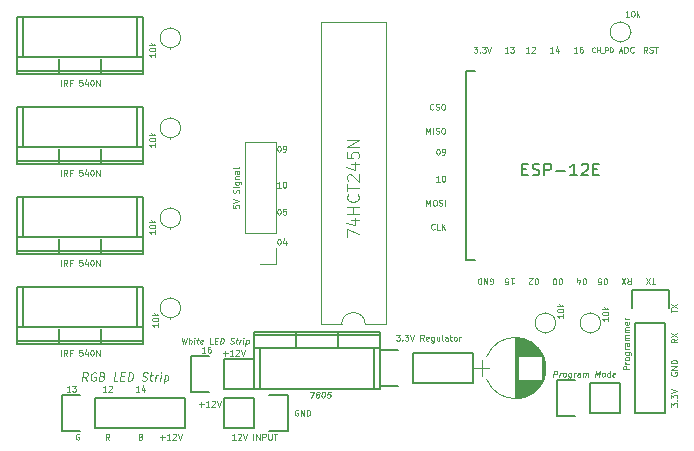
<source format=gbr>
G04 #@! TF.FileFunction,Legend,Top*
%FSLAX46Y46*%
G04 Gerber Fmt 4.6, Leading zero omitted, Abs format (unit mm)*
G04 Created by KiCad (PCBNEW 4.0.5) date 02/09/17 22:31:50*
%MOMM*%
%LPD*%
G01*
G04 APERTURE LIST*
%ADD10C,0.100000*%
%ADD11C,0.150000*%
%ADD12C,0.120000*%
%ADD13C,0.152400*%
G04 APERTURE END LIST*
D10*
X133762762Y-105382190D02*
X133477048Y-105382190D01*
X133619905Y-105382190D02*
X133619905Y-104882190D01*
X133572286Y-104953619D01*
X133524667Y-105001238D01*
X133477048Y-105025048D01*
X134191333Y-104882190D02*
X134096095Y-104882190D01*
X134048476Y-104906000D01*
X134024667Y-104929810D01*
X133977048Y-105001238D01*
X133953238Y-105096476D01*
X133953238Y-105286952D01*
X133977048Y-105334571D01*
X134000857Y-105358381D01*
X134048476Y-105382190D01*
X134143714Y-105382190D01*
X134191333Y-105358381D01*
X134215143Y-105334571D01*
X134238952Y-105286952D01*
X134238952Y-105167905D01*
X134215143Y-105120286D01*
X134191333Y-105096476D01*
X134143714Y-105072667D01*
X134048476Y-105072667D01*
X134000857Y-105096476D01*
X133977048Y-105120286D01*
X133953238Y-105167905D01*
X128174762Y-108684190D02*
X127889048Y-108684190D01*
X128031905Y-108684190D02*
X128031905Y-108184190D01*
X127984286Y-108255619D01*
X127936667Y-108303238D01*
X127889048Y-108327048D01*
X128603333Y-108350857D02*
X128603333Y-108684190D01*
X128484286Y-108160381D02*
X128365238Y-108517524D01*
X128674762Y-108517524D01*
X125380762Y-108684190D02*
X125095048Y-108684190D01*
X125237905Y-108684190D02*
X125237905Y-108184190D01*
X125190286Y-108255619D01*
X125142667Y-108303238D01*
X125095048Y-108327048D01*
X125571238Y-108231810D02*
X125595048Y-108208000D01*
X125642667Y-108184190D01*
X125761714Y-108184190D01*
X125809333Y-108208000D01*
X125833143Y-108231810D01*
X125856952Y-108279429D01*
X125856952Y-108327048D01*
X125833143Y-108398476D01*
X125547429Y-108684190D01*
X125856952Y-108684190D01*
X122332762Y-108684190D02*
X122047048Y-108684190D01*
X122189905Y-108684190D02*
X122189905Y-108184190D01*
X122142286Y-108255619D01*
X122094667Y-108303238D01*
X122047048Y-108327048D01*
X122499429Y-108184190D02*
X122808952Y-108184190D01*
X122642286Y-108374667D01*
X122713714Y-108374667D01*
X122761333Y-108398476D01*
X122785143Y-108422286D01*
X122808952Y-108469905D01*
X122808952Y-108588952D01*
X122785143Y-108636571D01*
X122761333Y-108660381D01*
X122713714Y-108684190D01*
X122570857Y-108684190D01*
X122523238Y-108660381D01*
X122499429Y-108636571D01*
X139977906Y-95738190D02*
X140025525Y-95738190D01*
X140073144Y-95762000D01*
X140096953Y-95785810D01*
X140120763Y-95833429D01*
X140144572Y-95928667D01*
X140144572Y-96047714D01*
X140120763Y-96142952D01*
X140096953Y-96190571D01*
X140073144Y-96214381D01*
X140025525Y-96238190D01*
X139977906Y-96238190D01*
X139930287Y-96214381D01*
X139906477Y-96190571D01*
X139882668Y-96142952D01*
X139858858Y-96047714D01*
X139858858Y-95928667D01*
X139882668Y-95833429D01*
X139906477Y-95785810D01*
X139930287Y-95762000D01*
X139977906Y-95738190D01*
X140573143Y-95904857D02*
X140573143Y-96238190D01*
X140454096Y-95714381D02*
X140335048Y-96071524D01*
X140644572Y-96071524D01*
X139977906Y-93198190D02*
X140025525Y-93198190D01*
X140073144Y-93222000D01*
X140096953Y-93245810D01*
X140120763Y-93293429D01*
X140144572Y-93388667D01*
X140144572Y-93507714D01*
X140120763Y-93602952D01*
X140096953Y-93650571D01*
X140073144Y-93674381D01*
X140025525Y-93698190D01*
X139977906Y-93698190D01*
X139930287Y-93674381D01*
X139906477Y-93650571D01*
X139882668Y-93602952D01*
X139858858Y-93507714D01*
X139858858Y-93388667D01*
X139882668Y-93293429D01*
X139906477Y-93245810D01*
X139930287Y-93222000D01*
X139977906Y-93198190D01*
X140596953Y-93198190D02*
X140358858Y-93198190D01*
X140335048Y-93436286D01*
X140358858Y-93412476D01*
X140406477Y-93388667D01*
X140525524Y-93388667D01*
X140573143Y-93412476D01*
X140596953Y-93436286D01*
X140620762Y-93483905D01*
X140620762Y-93602952D01*
X140596953Y-93650571D01*
X140573143Y-93674381D01*
X140525524Y-93698190D01*
X140406477Y-93698190D01*
X140358858Y-93674381D01*
X140335048Y-93650571D01*
X140144572Y-91412190D02*
X139858858Y-91412190D01*
X140001715Y-91412190D02*
X140001715Y-90912190D01*
X139954096Y-90983619D01*
X139906477Y-91031238D01*
X139858858Y-91055048D01*
X140454096Y-90912190D02*
X140501715Y-90912190D01*
X140549334Y-90936000D01*
X140573143Y-90959810D01*
X140596953Y-91007429D01*
X140620762Y-91102667D01*
X140620762Y-91221714D01*
X140596953Y-91316952D01*
X140573143Y-91364571D01*
X140549334Y-91388381D01*
X140501715Y-91412190D01*
X140454096Y-91412190D01*
X140406477Y-91388381D01*
X140382667Y-91364571D01*
X140358858Y-91316952D01*
X140335048Y-91221714D01*
X140335048Y-91102667D01*
X140358858Y-91007429D01*
X140382667Y-90959810D01*
X140406477Y-90936000D01*
X140454096Y-90912190D01*
X139977906Y-87864190D02*
X140025525Y-87864190D01*
X140073144Y-87888000D01*
X140096953Y-87911810D01*
X140120763Y-87959429D01*
X140144572Y-88054667D01*
X140144572Y-88173714D01*
X140120763Y-88268952D01*
X140096953Y-88316571D01*
X140073144Y-88340381D01*
X140025525Y-88364190D01*
X139977906Y-88364190D01*
X139930287Y-88340381D01*
X139906477Y-88316571D01*
X139882668Y-88268952D01*
X139858858Y-88173714D01*
X139858858Y-88054667D01*
X139882668Y-87959429D01*
X139906477Y-87911810D01*
X139930287Y-87888000D01*
X139977906Y-87864190D01*
X140382667Y-88364190D02*
X140477905Y-88364190D01*
X140525524Y-88340381D01*
X140549334Y-88316571D01*
X140596953Y-88245143D01*
X140620762Y-88149905D01*
X140620762Y-87959429D01*
X140596953Y-87911810D01*
X140573143Y-87888000D01*
X140525524Y-87864190D01*
X140430286Y-87864190D01*
X140382667Y-87888000D01*
X140358858Y-87911810D01*
X140335048Y-87959429D01*
X140335048Y-88078476D01*
X140358858Y-88126095D01*
X140382667Y-88149905D01*
X140430286Y-88173714D01*
X140525524Y-88173714D01*
X140573143Y-88149905D01*
X140596953Y-88126095D01*
X140620762Y-88078476D01*
X153178000Y-94920571D02*
X153154190Y-94944381D01*
X153082762Y-94968190D01*
X153035143Y-94968190D01*
X152963714Y-94944381D01*
X152916095Y-94896762D01*
X152892286Y-94849143D01*
X152868476Y-94753905D01*
X152868476Y-94682476D01*
X152892286Y-94587238D01*
X152916095Y-94539619D01*
X152963714Y-94492000D01*
X153035143Y-94468190D01*
X153082762Y-94468190D01*
X153154190Y-94492000D01*
X153178000Y-94515810D01*
X153630381Y-94968190D02*
X153392286Y-94968190D01*
X153392286Y-94468190D01*
X153797048Y-94968190D02*
X153797048Y-94468190D01*
X154082762Y-94968190D02*
X153868476Y-94682476D01*
X154082762Y-94468190D02*
X153797048Y-94753905D01*
X152487524Y-92936190D02*
X152487524Y-92436190D01*
X152654190Y-92793333D01*
X152820857Y-92436190D01*
X152820857Y-92936190D01*
X153154191Y-92436190D02*
X153249429Y-92436190D01*
X153297048Y-92460000D01*
X153344667Y-92507619D01*
X153368476Y-92602857D01*
X153368476Y-92769524D01*
X153344667Y-92864762D01*
X153297048Y-92912381D01*
X153249429Y-92936190D01*
X153154191Y-92936190D01*
X153106572Y-92912381D01*
X153058953Y-92864762D01*
X153035143Y-92769524D01*
X153035143Y-92602857D01*
X153058953Y-92507619D01*
X153106572Y-92460000D01*
X153154191Y-92436190D01*
X153558953Y-92912381D02*
X153630382Y-92936190D01*
X153749429Y-92936190D01*
X153797048Y-92912381D01*
X153820858Y-92888571D01*
X153844667Y-92840952D01*
X153844667Y-92793333D01*
X153820858Y-92745714D01*
X153797048Y-92721905D01*
X153749429Y-92698095D01*
X153654191Y-92674286D01*
X153606572Y-92650476D01*
X153582763Y-92626667D01*
X153558953Y-92579048D01*
X153558953Y-92531429D01*
X153582763Y-92483810D01*
X153606572Y-92460000D01*
X153654191Y-92436190D01*
X153773239Y-92436190D01*
X153844667Y-92460000D01*
X154058953Y-92936190D02*
X154058953Y-92436190D01*
X153606572Y-90904190D02*
X153320858Y-90904190D01*
X153463715Y-90904190D02*
X153463715Y-90404190D01*
X153416096Y-90475619D01*
X153368477Y-90523238D01*
X153320858Y-90547048D01*
X153916096Y-90404190D02*
X153963715Y-90404190D01*
X154011334Y-90428000D01*
X154035143Y-90451810D01*
X154058953Y-90499429D01*
X154082762Y-90594667D01*
X154082762Y-90713714D01*
X154058953Y-90808952D01*
X154035143Y-90856571D01*
X154011334Y-90880381D01*
X153963715Y-90904190D01*
X153916096Y-90904190D01*
X153868477Y-90880381D01*
X153844667Y-90856571D01*
X153820858Y-90808952D01*
X153797048Y-90713714D01*
X153797048Y-90594667D01*
X153820858Y-90499429D01*
X153844667Y-90451810D01*
X153868477Y-90428000D01*
X153916096Y-90404190D01*
X153439906Y-88118190D02*
X153487525Y-88118190D01*
X153535144Y-88142000D01*
X153558953Y-88165810D01*
X153582763Y-88213429D01*
X153606572Y-88308667D01*
X153606572Y-88427714D01*
X153582763Y-88522952D01*
X153558953Y-88570571D01*
X153535144Y-88594381D01*
X153487525Y-88618190D01*
X153439906Y-88618190D01*
X153392287Y-88594381D01*
X153368477Y-88570571D01*
X153344668Y-88522952D01*
X153320858Y-88427714D01*
X153320858Y-88308667D01*
X153344668Y-88213429D01*
X153368477Y-88165810D01*
X153392287Y-88142000D01*
X153439906Y-88118190D01*
X153844667Y-88618190D02*
X153939905Y-88618190D01*
X153987524Y-88594381D01*
X154011334Y-88570571D01*
X154058953Y-88499143D01*
X154082762Y-88403905D01*
X154082762Y-88213429D01*
X154058953Y-88165810D01*
X154035143Y-88142000D01*
X153987524Y-88118190D01*
X153892286Y-88118190D01*
X153844667Y-88142000D01*
X153820858Y-88165810D01*
X153797048Y-88213429D01*
X153797048Y-88332476D01*
X153820858Y-88380095D01*
X153844667Y-88403905D01*
X153892286Y-88427714D01*
X153987524Y-88427714D01*
X154035143Y-88403905D01*
X154058953Y-88380095D01*
X154082762Y-88332476D01*
X152487524Y-86840190D02*
X152487524Y-86340190D01*
X152654190Y-86697333D01*
X152820857Y-86340190D01*
X152820857Y-86840190D01*
X153058953Y-86840190D02*
X153058953Y-86340190D01*
X153273238Y-86816381D02*
X153344667Y-86840190D01*
X153463714Y-86840190D01*
X153511333Y-86816381D01*
X153535143Y-86792571D01*
X153558952Y-86744952D01*
X153558952Y-86697333D01*
X153535143Y-86649714D01*
X153511333Y-86625905D01*
X153463714Y-86602095D01*
X153368476Y-86578286D01*
X153320857Y-86554476D01*
X153297048Y-86530667D01*
X153273238Y-86483048D01*
X153273238Y-86435429D01*
X153297048Y-86387810D01*
X153320857Y-86364000D01*
X153368476Y-86340190D01*
X153487524Y-86340190D01*
X153558952Y-86364000D01*
X153868476Y-86340190D02*
X153963714Y-86340190D01*
X154011333Y-86364000D01*
X154058952Y-86411619D01*
X154082761Y-86506857D01*
X154082761Y-86673524D01*
X154058952Y-86768762D01*
X154011333Y-86816381D01*
X153963714Y-86840190D01*
X153868476Y-86840190D01*
X153820857Y-86816381D01*
X153773238Y-86768762D01*
X153749428Y-86673524D01*
X153749428Y-86506857D01*
X153773238Y-86411619D01*
X153820857Y-86364000D01*
X153868476Y-86340190D01*
X153082762Y-84760571D02*
X153058952Y-84784381D01*
X152987524Y-84808190D01*
X152939905Y-84808190D01*
X152868476Y-84784381D01*
X152820857Y-84736762D01*
X152797048Y-84689143D01*
X152773238Y-84593905D01*
X152773238Y-84522476D01*
X152797048Y-84427238D01*
X152820857Y-84379619D01*
X152868476Y-84332000D01*
X152939905Y-84308190D01*
X152987524Y-84308190D01*
X153058952Y-84332000D01*
X153082762Y-84355810D01*
X153273238Y-84784381D02*
X153344667Y-84808190D01*
X153463714Y-84808190D01*
X153511333Y-84784381D01*
X153535143Y-84760571D01*
X153558952Y-84712952D01*
X153558952Y-84665333D01*
X153535143Y-84617714D01*
X153511333Y-84593905D01*
X153463714Y-84570095D01*
X153368476Y-84546286D01*
X153320857Y-84522476D01*
X153297048Y-84498667D01*
X153273238Y-84451048D01*
X153273238Y-84403429D01*
X153297048Y-84355810D01*
X153320857Y-84332000D01*
X153368476Y-84308190D01*
X153487524Y-84308190D01*
X153558952Y-84332000D01*
X153868476Y-84308190D02*
X153963714Y-84308190D01*
X154011333Y-84332000D01*
X154058952Y-84379619D01*
X154082761Y-84474857D01*
X154082761Y-84641524D01*
X154058952Y-84736762D01*
X154011333Y-84784381D01*
X153963714Y-84808190D01*
X153868476Y-84808190D01*
X153820857Y-84784381D01*
X153773238Y-84736762D01*
X153749428Y-84641524D01*
X153749428Y-84474857D01*
X153773238Y-84379619D01*
X153820857Y-84332000D01*
X153868476Y-84308190D01*
X156487906Y-79482190D02*
X156797429Y-79482190D01*
X156630763Y-79672667D01*
X156702191Y-79672667D01*
X156749810Y-79696476D01*
X156773620Y-79720286D01*
X156797429Y-79767905D01*
X156797429Y-79886952D01*
X156773620Y-79934571D01*
X156749810Y-79958381D01*
X156702191Y-79982190D01*
X156559334Y-79982190D01*
X156511715Y-79958381D01*
X156487906Y-79934571D01*
X157011715Y-79934571D02*
X157035524Y-79958381D01*
X157011715Y-79982190D01*
X156987905Y-79958381D01*
X157011715Y-79934571D01*
X157011715Y-79982190D01*
X157202191Y-79482190D02*
X157511714Y-79482190D01*
X157345048Y-79672667D01*
X157416476Y-79672667D01*
X157464095Y-79696476D01*
X157487905Y-79720286D01*
X157511714Y-79767905D01*
X157511714Y-79886952D01*
X157487905Y-79934571D01*
X157464095Y-79958381D01*
X157416476Y-79982190D01*
X157273619Y-79982190D01*
X157226000Y-79958381D01*
X157202191Y-79934571D01*
X157654571Y-79482190D02*
X157821238Y-79982190D01*
X157987904Y-79482190D01*
X159416762Y-79982190D02*
X159131048Y-79982190D01*
X159273905Y-79982190D02*
X159273905Y-79482190D01*
X159226286Y-79553619D01*
X159178667Y-79601238D01*
X159131048Y-79625048D01*
X159583429Y-79482190D02*
X159892952Y-79482190D01*
X159726286Y-79672667D01*
X159797714Y-79672667D01*
X159845333Y-79696476D01*
X159869143Y-79720286D01*
X159892952Y-79767905D01*
X159892952Y-79886952D01*
X159869143Y-79934571D01*
X159845333Y-79958381D01*
X159797714Y-79982190D01*
X159654857Y-79982190D01*
X159607238Y-79958381D01*
X159583429Y-79934571D01*
X161194762Y-79982190D02*
X160909048Y-79982190D01*
X161051905Y-79982190D02*
X161051905Y-79482190D01*
X161004286Y-79553619D01*
X160956667Y-79601238D01*
X160909048Y-79625048D01*
X161385238Y-79529810D02*
X161409048Y-79506000D01*
X161456667Y-79482190D01*
X161575714Y-79482190D01*
X161623333Y-79506000D01*
X161647143Y-79529810D01*
X161670952Y-79577429D01*
X161670952Y-79625048D01*
X161647143Y-79696476D01*
X161361429Y-79982190D01*
X161670952Y-79982190D01*
X163226762Y-79982190D02*
X162941048Y-79982190D01*
X163083905Y-79982190D02*
X163083905Y-79482190D01*
X163036286Y-79553619D01*
X162988667Y-79601238D01*
X162941048Y-79625048D01*
X163655333Y-79648857D02*
X163655333Y-79982190D01*
X163536286Y-79458381D02*
X163417238Y-79815524D01*
X163726762Y-79815524D01*
X165258762Y-79982190D02*
X164973048Y-79982190D01*
X165115905Y-79982190D02*
X165115905Y-79482190D01*
X165068286Y-79553619D01*
X165020667Y-79601238D01*
X164973048Y-79625048D01*
X165687333Y-79482190D02*
X165592095Y-79482190D01*
X165544476Y-79506000D01*
X165520667Y-79529810D01*
X165473048Y-79601238D01*
X165449238Y-79696476D01*
X165449238Y-79886952D01*
X165473048Y-79934571D01*
X165496857Y-79958381D01*
X165544476Y-79982190D01*
X165639714Y-79982190D01*
X165687333Y-79958381D01*
X165711143Y-79934571D01*
X165734952Y-79886952D01*
X165734952Y-79767905D01*
X165711143Y-79720286D01*
X165687333Y-79696476D01*
X165639714Y-79672667D01*
X165544476Y-79672667D01*
X165496857Y-79696476D01*
X165473048Y-79720286D01*
X165449238Y-79767905D01*
X166747905Y-79898857D02*
X166728857Y-79917905D01*
X166671714Y-79936952D01*
X166633619Y-79936952D01*
X166576476Y-79917905D01*
X166538381Y-79879810D01*
X166519333Y-79841714D01*
X166500285Y-79765524D01*
X166500285Y-79708381D01*
X166519333Y-79632190D01*
X166538381Y-79594095D01*
X166576476Y-79556000D01*
X166633619Y-79536952D01*
X166671714Y-79536952D01*
X166728857Y-79556000D01*
X166747905Y-79575048D01*
X166919333Y-79936952D02*
X166919333Y-79536952D01*
X166919333Y-79727429D02*
X167147905Y-79727429D01*
X167147905Y-79936952D02*
X167147905Y-79536952D01*
X167243143Y-79975048D02*
X167547905Y-79975048D01*
X167643143Y-79936952D02*
X167643143Y-79536952D01*
X167795524Y-79536952D01*
X167833619Y-79556000D01*
X167852667Y-79575048D01*
X167871715Y-79613143D01*
X167871715Y-79670286D01*
X167852667Y-79708381D01*
X167833619Y-79727429D01*
X167795524Y-79746476D01*
X167643143Y-79746476D01*
X168043143Y-79936952D02*
X168043143Y-79536952D01*
X168138381Y-79536952D01*
X168195524Y-79556000D01*
X168233619Y-79594095D01*
X168252667Y-79632190D01*
X168271715Y-79708381D01*
X168271715Y-79765524D01*
X168252667Y-79841714D01*
X168233619Y-79879810D01*
X168195524Y-79917905D01*
X168138381Y-79936952D01*
X168043143Y-79936952D01*
X168798953Y-79839333D02*
X169037048Y-79839333D01*
X168751334Y-79982190D02*
X168918001Y-79482190D01*
X169084667Y-79982190D01*
X169251334Y-79982190D02*
X169251334Y-79482190D01*
X169370381Y-79482190D01*
X169441810Y-79506000D01*
X169489429Y-79553619D01*
X169513238Y-79601238D01*
X169537048Y-79696476D01*
X169537048Y-79767905D01*
X169513238Y-79863143D01*
X169489429Y-79910762D01*
X169441810Y-79958381D01*
X169370381Y-79982190D01*
X169251334Y-79982190D01*
X170037048Y-79934571D02*
X170013238Y-79958381D01*
X169941810Y-79982190D01*
X169894191Y-79982190D01*
X169822762Y-79958381D01*
X169775143Y-79910762D01*
X169751334Y-79863143D01*
X169727524Y-79767905D01*
X169727524Y-79696476D01*
X169751334Y-79601238D01*
X169775143Y-79553619D01*
X169822762Y-79506000D01*
X169894191Y-79482190D01*
X169941810Y-79482190D01*
X170013238Y-79506000D01*
X170037048Y-79529810D01*
X171176191Y-79982190D02*
X171009524Y-79744095D01*
X170890477Y-79982190D02*
X170890477Y-79482190D01*
X171080953Y-79482190D01*
X171128572Y-79506000D01*
X171152381Y-79529810D01*
X171176191Y-79577429D01*
X171176191Y-79648857D01*
X171152381Y-79696476D01*
X171128572Y-79720286D01*
X171080953Y-79744095D01*
X170890477Y-79744095D01*
X171366667Y-79958381D02*
X171438096Y-79982190D01*
X171557143Y-79982190D01*
X171604762Y-79958381D01*
X171628572Y-79934571D01*
X171652381Y-79886952D01*
X171652381Y-79839333D01*
X171628572Y-79791714D01*
X171604762Y-79767905D01*
X171557143Y-79744095D01*
X171461905Y-79720286D01*
X171414286Y-79696476D01*
X171390477Y-79672667D01*
X171366667Y-79625048D01*
X171366667Y-79577429D01*
X171390477Y-79529810D01*
X171414286Y-79506000D01*
X171461905Y-79482190D01*
X171580953Y-79482190D01*
X171652381Y-79506000D01*
X171795238Y-79482190D02*
X172080952Y-79482190D01*
X171938095Y-79982190D02*
X171938095Y-79482190D01*
X157860953Y-99564000D02*
X157908572Y-99587810D01*
X157980000Y-99587810D01*
X158051429Y-99564000D01*
X158099048Y-99516381D01*
X158122857Y-99468762D01*
X158146667Y-99373524D01*
X158146667Y-99302095D01*
X158122857Y-99206857D01*
X158099048Y-99159238D01*
X158051429Y-99111619D01*
X157980000Y-99087810D01*
X157932381Y-99087810D01*
X157860953Y-99111619D01*
X157837143Y-99135429D01*
X157837143Y-99302095D01*
X157932381Y-99302095D01*
X157622857Y-99087810D02*
X157622857Y-99587810D01*
X157337143Y-99087810D01*
X157337143Y-99587810D01*
X157099047Y-99087810D02*
X157099047Y-99587810D01*
X156980000Y-99587810D01*
X156908571Y-99564000D01*
X156860952Y-99516381D01*
X156837143Y-99468762D01*
X156813333Y-99373524D01*
X156813333Y-99302095D01*
X156837143Y-99206857D01*
X156860952Y-99159238D01*
X156908571Y-99111619D01*
X156980000Y-99087810D01*
X157099047Y-99087810D01*
X159607238Y-99087810D02*
X159892952Y-99087810D01*
X159750095Y-99087810D02*
X159750095Y-99587810D01*
X159797714Y-99516381D01*
X159845333Y-99468762D01*
X159892952Y-99444952D01*
X159154857Y-99587810D02*
X159392952Y-99587810D01*
X159416762Y-99349714D01*
X159392952Y-99373524D01*
X159345333Y-99397333D01*
X159226286Y-99397333D01*
X159178667Y-99373524D01*
X159154857Y-99349714D01*
X159131048Y-99302095D01*
X159131048Y-99183048D01*
X159154857Y-99135429D01*
X159178667Y-99111619D01*
X159226286Y-99087810D01*
X159345333Y-99087810D01*
X159392952Y-99111619D01*
X159416762Y-99135429D01*
X161805904Y-99587810D02*
X161758285Y-99587810D01*
X161710666Y-99564000D01*
X161686857Y-99540190D01*
X161663047Y-99492571D01*
X161639238Y-99397333D01*
X161639238Y-99278286D01*
X161663047Y-99183048D01*
X161686857Y-99135429D01*
X161710666Y-99111619D01*
X161758285Y-99087810D01*
X161805904Y-99087810D01*
X161853523Y-99111619D01*
X161877333Y-99135429D01*
X161901142Y-99183048D01*
X161924952Y-99278286D01*
X161924952Y-99397333D01*
X161901142Y-99492571D01*
X161877333Y-99540190D01*
X161853523Y-99564000D01*
X161805904Y-99587810D01*
X161448762Y-99540190D02*
X161424952Y-99564000D01*
X161377333Y-99587810D01*
X161258286Y-99587810D01*
X161210667Y-99564000D01*
X161186857Y-99540190D01*
X161163048Y-99492571D01*
X161163048Y-99444952D01*
X161186857Y-99373524D01*
X161472571Y-99087810D01*
X161163048Y-99087810D01*
X163837904Y-99587810D02*
X163790285Y-99587810D01*
X163742666Y-99564000D01*
X163718857Y-99540190D01*
X163695047Y-99492571D01*
X163671238Y-99397333D01*
X163671238Y-99278286D01*
X163695047Y-99183048D01*
X163718857Y-99135429D01*
X163742666Y-99111619D01*
X163790285Y-99087810D01*
X163837904Y-99087810D01*
X163885523Y-99111619D01*
X163909333Y-99135429D01*
X163933142Y-99183048D01*
X163956952Y-99278286D01*
X163956952Y-99397333D01*
X163933142Y-99492571D01*
X163909333Y-99540190D01*
X163885523Y-99564000D01*
X163837904Y-99587810D01*
X163361714Y-99587810D02*
X163314095Y-99587810D01*
X163266476Y-99564000D01*
X163242667Y-99540190D01*
X163218857Y-99492571D01*
X163195048Y-99397333D01*
X163195048Y-99278286D01*
X163218857Y-99183048D01*
X163242667Y-99135429D01*
X163266476Y-99111619D01*
X163314095Y-99087810D01*
X163361714Y-99087810D01*
X163409333Y-99111619D01*
X163433143Y-99135429D01*
X163456952Y-99183048D01*
X163480762Y-99278286D01*
X163480762Y-99397333D01*
X163456952Y-99492571D01*
X163433143Y-99540190D01*
X163409333Y-99564000D01*
X163361714Y-99587810D01*
X165869904Y-99587810D02*
X165822285Y-99587810D01*
X165774666Y-99564000D01*
X165750857Y-99540190D01*
X165727047Y-99492571D01*
X165703238Y-99397333D01*
X165703238Y-99278286D01*
X165727047Y-99183048D01*
X165750857Y-99135429D01*
X165774666Y-99111619D01*
X165822285Y-99087810D01*
X165869904Y-99087810D01*
X165917523Y-99111619D01*
X165941333Y-99135429D01*
X165965142Y-99183048D01*
X165988952Y-99278286D01*
X165988952Y-99397333D01*
X165965142Y-99492571D01*
X165941333Y-99540190D01*
X165917523Y-99564000D01*
X165869904Y-99587810D01*
X165274667Y-99421143D02*
X165274667Y-99087810D01*
X165393714Y-99611619D02*
X165512762Y-99254476D01*
X165203238Y-99254476D01*
X167647904Y-99587810D02*
X167600285Y-99587810D01*
X167552666Y-99564000D01*
X167528857Y-99540190D01*
X167505047Y-99492571D01*
X167481238Y-99397333D01*
X167481238Y-99278286D01*
X167505047Y-99183048D01*
X167528857Y-99135429D01*
X167552666Y-99111619D01*
X167600285Y-99087810D01*
X167647904Y-99087810D01*
X167695523Y-99111619D01*
X167719333Y-99135429D01*
X167743142Y-99183048D01*
X167766952Y-99278286D01*
X167766952Y-99397333D01*
X167743142Y-99492571D01*
X167719333Y-99540190D01*
X167695523Y-99564000D01*
X167647904Y-99587810D01*
X167028857Y-99587810D02*
X167266952Y-99587810D01*
X167290762Y-99349714D01*
X167266952Y-99373524D01*
X167219333Y-99397333D01*
X167100286Y-99397333D01*
X167052667Y-99373524D01*
X167028857Y-99349714D01*
X167005048Y-99302095D01*
X167005048Y-99183048D01*
X167028857Y-99135429D01*
X167052667Y-99111619D01*
X167100286Y-99087810D01*
X167219333Y-99087810D01*
X167266952Y-99111619D01*
X167290762Y-99135429D01*
X169501333Y-99087810D02*
X169668000Y-99325905D01*
X169787047Y-99087810D02*
X169787047Y-99587810D01*
X169596571Y-99587810D01*
X169548952Y-99564000D01*
X169525143Y-99540190D01*
X169501333Y-99492571D01*
X169501333Y-99421143D01*
X169525143Y-99373524D01*
X169548952Y-99349714D01*
X169596571Y-99325905D01*
X169787047Y-99325905D01*
X169334666Y-99587810D02*
X169001333Y-99087810D01*
X169001333Y-99587810D02*
X169334666Y-99087810D01*
X171830952Y-99587810D02*
X171545238Y-99587810D01*
X171688095Y-99087810D02*
X171688095Y-99587810D01*
X171426190Y-99587810D02*
X171092857Y-99087810D01*
X171092857Y-99587810D02*
X171426190Y-99087810D01*
X173208190Y-101980952D02*
X173208190Y-101695238D01*
X173708190Y-101838095D02*
X173208190Y-101838095D01*
X173208190Y-101576190D02*
X173708190Y-101242857D01*
X173208190Y-101242857D02*
X173708190Y-101576190D01*
X173708190Y-104223333D02*
X173470095Y-104390000D01*
X173708190Y-104509047D02*
X173208190Y-104509047D01*
X173208190Y-104318571D01*
X173232000Y-104270952D01*
X173255810Y-104247143D01*
X173303429Y-104223333D01*
X173374857Y-104223333D01*
X173422476Y-104247143D01*
X173446286Y-104270952D01*
X173470095Y-104318571D01*
X173470095Y-104509047D01*
X173208190Y-104056666D02*
X173708190Y-103723333D01*
X173208190Y-103723333D02*
X173708190Y-104056666D01*
X173232000Y-107060953D02*
X173208190Y-107108572D01*
X173208190Y-107180000D01*
X173232000Y-107251429D01*
X173279619Y-107299048D01*
X173327238Y-107322857D01*
X173422476Y-107346667D01*
X173493905Y-107346667D01*
X173589143Y-107322857D01*
X173636762Y-107299048D01*
X173684381Y-107251429D01*
X173708190Y-107180000D01*
X173708190Y-107132381D01*
X173684381Y-107060953D01*
X173660571Y-107037143D01*
X173493905Y-107037143D01*
X173493905Y-107132381D01*
X173708190Y-106822857D02*
X173208190Y-106822857D01*
X173708190Y-106537143D01*
X173208190Y-106537143D01*
X173708190Y-106299047D02*
X173208190Y-106299047D01*
X173208190Y-106180000D01*
X173232000Y-106108571D01*
X173279619Y-106060952D01*
X173327238Y-106037143D01*
X173422476Y-106013333D01*
X173493905Y-106013333D01*
X173589143Y-106037143D01*
X173636762Y-106060952D01*
X173684381Y-106108571D01*
X173708190Y-106180000D01*
X173708190Y-106299047D01*
X173208190Y-109958094D02*
X173208190Y-109648571D01*
X173398667Y-109815237D01*
X173398667Y-109743809D01*
X173422476Y-109696190D01*
X173446286Y-109672380D01*
X173493905Y-109648571D01*
X173612952Y-109648571D01*
X173660571Y-109672380D01*
X173684381Y-109696190D01*
X173708190Y-109743809D01*
X173708190Y-109886666D01*
X173684381Y-109934285D01*
X173660571Y-109958094D01*
X173660571Y-109434285D02*
X173684381Y-109410476D01*
X173708190Y-109434285D01*
X173684381Y-109458095D01*
X173660571Y-109434285D01*
X173708190Y-109434285D01*
X173208190Y-109243809D02*
X173208190Y-108934286D01*
X173398667Y-109100952D01*
X173398667Y-109029524D01*
X173422476Y-108981905D01*
X173446286Y-108958095D01*
X173493905Y-108934286D01*
X173612952Y-108934286D01*
X173660571Y-108958095D01*
X173684381Y-108981905D01*
X173708190Y-109029524D01*
X173708190Y-109172381D01*
X173684381Y-109220000D01*
X173660571Y-109243809D01*
X173208190Y-108791429D02*
X173708190Y-108624762D01*
X173208190Y-108458096D01*
X141605047Y-110240000D02*
X141557428Y-110216190D01*
X141486000Y-110216190D01*
X141414571Y-110240000D01*
X141366952Y-110287619D01*
X141343143Y-110335238D01*
X141319333Y-110430476D01*
X141319333Y-110501905D01*
X141343143Y-110597143D01*
X141366952Y-110644762D01*
X141414571Y-110692381D01*
X141486000Y-110716190D01*
X141533619Y-110716190D01*
X141605047Y-110692381D01*
X141628857Y-110668571D01*
X141628857Y-110501905D01*
X141533619Y-110501905D01*
X141843143Y-110716190D02*
X141843143Y-110216190D01*
X142128857Y-110716190D01*
X142128857Y-110216190D01*
X142366953Y-110716190D02*
X142366953Y-110216190D01*
X142486000Y-110216190D01*
X142557429Y-110240000D01*
X142605048Y-110287619D01*
X142628857Y-110335238D01*
X142652667Y-110430476D01*
X142652667Y-110501905D01*
X142628857Y-110597143D01*
X142605048Y-110644762D01*
X142557429Y-110692381D01*
X142486000Y-110716190D01*
X142366953Y-110716190D01*
X133231049Y-109763714D02*
X133612001Y-109763714D01*
X133421525Y-109954190D02*
X133421525Y-109573238D01*
X134112001Y-109954190D02*
X133826287Y-109954190D01*
X133969144Y-109954190D02*
X133969144Y-109454190D01*
X133921525Y-109525619D01*
X133873906Y-109573238D01*
X133826287Y-109597048D01*
X134302477Y-109501810D02*
X134326287Y-109478000D01*
X134373906Y-109454190D01*
X134492953Y-109454190D01*
X134540572Y-109478000D01*
X134564382Y-109501810D01*
X134588191Y-109549429D01*
X134588191Y-109597048D01*
X134564382Y-109668476D01*
X134278668Y-109954190D01*
X134588191Y-109954190D01*
X134731048Y-109454190D02*
X134897715Y-109954190D01*
X135064381Y-109454190D01*
X135263049Y-105445714D02*
X135644001Y-105445714D01*
X135453525Y-105636190D02*
X135453525Y-105255238D01*
X136144001Y-105636190D02*
X135858287Y-105636190D01*
X136001144Y-105636190D02*
X136001144Y-105136190D01*
X135953525Y-105207619D01*
X135905906Y-105255238D01*
X135858287Y-105279048D01*
X136334477Y-105183810D02*
X136358287Y-105160000D01*
X136405906Y-105136190D01*
X136524953Y-105136190D01*
X136572572Y-105160000D01*
X136596382Y-105183810D01*
X136620191Y-105231429D01*
X136620191Y-105279048D01*
X136596382Y-105350476D01*
X136310668Y-105636190D01*
X136620191Y-105636190D01*
X136763048Y-105136190D02*
X136929715Y-105636190D01*
X137096381Y-105136190D01*
X136338667Y-112748190D02*
X136052953Y-112748190D01*
X136195810Y-112748190D02*
X136195810Y-112248190D01*
X136148191Y-112319619D01*
X136100572Y-112367238D01*
X136052953Y-112391048D01*
X136529143Y-112295810D02*
X136552953Y-112272000D01*
X136600572Y-112248190D01*
X136719619Y-112248190D01*
X136767238Y-112272000D01*
X136791048Y-112295810D01*
X136814857Y-112343429D01*
X136814857Y-112391048D01*
X136791048Y-112462476D01*
X136505334Y-112748190D01*
X136814857Y-112748190D01*
X136957714Y-112248190D02*
X137124381Y-112748190D01*
X137291047Y-112248190D01*
X137838666Y-112748190D02*
X137838666Y-112248190D01*
X138076761Y-112748190D02*
X138076761Y-112248190D01*
X138362475Y-112748190D01*
X138362475Y-112248190D01*
X138600571Y-112748190D02*
X138600571Y-112248190D01*
X138791047Y-112248190D01*
X138838666Y-112272000D01*
X138862475Y-112295810D01*
X138886285Y-112343429D01*
X138886285Y-112414857D01*
X138862475Y-112462476D01*
X138838666Y-112486286D01*
X138791047Y-112510095D01*
X138600571Y-112510095D01*
X139100571Y-112248190D02*
X139100571Y-112652952D01*
X139124380Y-112700571D01*
X139148190Y-112724381D01*
X139195809Y-112748190D01*
X139291047Y-112748190D01*
X139338666Y-112724381D01*
X139362475Y-112700571D01*
X139386285Y-112652952D01*
X139386285Y-112248190D01*
X139552952Y-112248190D02*
X139838666Y-112248190D01*
X139695809Y-112748190D02*
X139695809Y-112248190D01*
D11*
X160615714Y-89844571D02*
X160949048Y-89844571D01*
X161091905Y-90368381D02*
X160615714Y-90368381D01*
X160615714Y-89368381D01*
X161091905Y-89368381D01*
X161472857Y-90320762D02*
X161615714Y-90368381D01*
X161853810Y-90368381D01*
X161949048Y-90320762D01*
X161996667Y-90273143D01*
X162044286Y-90177905D01*
X162044286Y-90082667D01*
X161996667Y-89987429D01*
X161949048Y-89939810D01*
X161853810Y-89892190D01*
X161663333Y-89844571D01*
X161568095Y-89796952D01*
X161520476Y-89749333D01*
X161472857Y-89654095D01*
X161472857Y-89558857D01*
X161520476Y-89463619D01*
X161568095Y-89416000D01*
X161663333Y-89368381D01*
X161901429Y-89368381D01*
X162044286Y-89416000D01*
X162472857Y-90368381D02*
X162472857Y-89368381D01*
X162853810Y-89368381D01*
X162949048Y-89416000D01*
X162996667Y-89463619D01*
X163044286Y-89558857D01*
X163044286Y-89701714D01*
X162996667Y-89796952D01*
X162949048Y-89844571D01*
X162853810Y-89892190D01*
X162472857Y-89892190D01*
X163472857Y-89987429D02*
X164234762Y-89987429D01*
X165234762Y-90368381D02*
X164663333Y-90368381D01*
X164949047Y-90368381D02*
X164949047Y-89368381D01*
X164853809Y-89511238D01*
X164758571Y-89606476D01*
X164663333Y-89654095D01*
X165615714Y-89463619D02*
X165663333Y-89416000D01*
X165758571Y-89368381D01*
X165996667Y-89368381D01*
X166091905Y-89416000D01*
X166139524Y-89463619D01*
X166187143Y-89558857D01*
X166187143Y-89654095D01*
X166139524Y-89796952D01*
X165568095Y-90368381D01*
X166187143Y-90368381D01*
X166615714Y-89844571D02*
X166949048Y-89844571D01*
X167091905Y-90368381D02*
X166615714Y-90368381D01*
X166615714Y-89368381D01*
X167091905Y-89368381D01*
D10*
X145756381Y-95606667D02*
X145756381Y-94940000D01*
X146756381Y-95368572D01*
X146089714Y-94130476D02*
X146756381Y-94130476D01*
X145708762Y-94368572D02*
X146423048Y-94606667D01*
X146423048Y-93987619D01*
X146756381Y-93606667D02*
X145756381Y-93606667D01*
X146232571Y-93606667D02*
X146232571Y-93035238D01*
X146756381Y-93035238D02*
X145756381Y-93035238D01*
X146661143Y-91987619D02*
X146708762Y-92035238D01*
X146756381Y-92178095D01*
X146756381Y-92273333D01*
X146708762Y-92416191D01*
X146613524Y-92511429D01*
X146518286Y-92559048D01*
X146327810Y-92606667D01*
X146184952Y-92606667D01*
X145994476Y-92559048D01*
X145899238Y-92511429D01*
X145804000Y-92416191D01*
X145756381Y-92273333D01*
X145756381Y-92178095D01*
X145804000Y-92035238D01*
X145851619Y-91987619D01*
X145756381Y-91701905D02*
X145756381Y-91130476D01*
X146756381Y-91416191D02*
X145756381Y-91416191D01*
X145851619Y-90844762D02*
X145804000Y-90797143D01*
X145756381Y-90701905D01*
X145756381Y-90463809D01*
X145804000Y-90368571D01*
X145851619Y-90320952D01*
X145946857Y-90273333D01*
X146042095Y-90273333D01*
X146184952Y-90320952D01*
X146756381Y-90892381D01*
X146756381Y-90273333D01*
X146089714Y-89416190D02*
X146756381Y-89416190D01*
X145708762Y-89654286D02*
X146423048Y-89892381D01*
X146423048Y-89273333D01*
X145756381Y-88416190D02*
X145756381Y-88892381D01*
X146232571Y-88940000D01*
X146184952Y-88892381D01*
X146137333Y-88797143D01*
X146137333Y-88559047D01*
X146184952Y-88463809D01*
X146232571Y-88416190D01*
X146327810Y-88368571D01*
X146565905Y-88368571D01*
X146661143Y-88416190D01*
X146708762Y-88463809D01*
X146756381Y-88559047D01*
X146756381Y-88797143D01*
X146708762Y-88892381D01*
X146661143Y-88940000D01*
X146756381Y-87940000D02*
X145756381Y-87940000D01*
X146756381Y-87368571D01*
X145756381Y-87368571D01*
X129766190Y-102913619D02*
X129766190Y-103199333D01*
X129766190Y-103056476D02*
X129266190Y-103056476D01*
X129337619Y-103104095D01*
X129385238Y-103151714D01*
X129409048Y-103199333D01*
X129266190Y-102604095D02*
X129266190Y-102556476D01*
X129290000Y-102508857D01*
X129313810Y-102485048D01*
X129361429Y-102461238D01*
X129456667Y-102437429D01*
X129575714Y-102437429D01*
X129670952Y-102461238D01*
X129718571Y-102485048D01*
X129742381Y-102508857D01*
X129766190Y-102556476D01*
X129766190Y-102604095D01*
X129742381Y-102651714D01*
X129718571Y-102675524D01*
X129670952Y-102699333D01*
X129575714Y-102723143D01*
X129456667Y-102723143D01*
X129361429Y-102699333D01*
X129313810Y-102675524D01*
X129290000Y-102651714D01*
X129266190Y-102604095D01*
X129766190Y-102223143D02*
X129266190Y-102223143D01*
X129575714Y-102175524D02*
X129766190Y-102032667D01*
X129432857Y-102032667D02*
X129623333Y-102223143D01*
X129512190Y-95039619D02*
X129512190Y-95325333D01*
X129512190Y-95182476D02*
X129012190Y-95182476D01*
X129083619Y-95230095D01*
X129131238Y-95277714D01*
X129155048Y-95325333D01*
X129012190Y-94730095D02*
X129012190Y-94682476D01*
X129036000Y-94634857D01*
X129059810Y-94611048D01*
X129107429Y-94587238D01*
X129202667Y-94563429D01*
X129321714Y-94563429D01*
X129416952Y-94587238D01*
X129464571Y-94611048D01*
X129488381Y-94634857D01*
X129512190Y-94682476D01*
X129512190Y-94730095D01*
X129488381Y-94777714D01*
X129464571Y-94801524D01*
X129416952Y-94825333D01*
X129321714Y-94849143D01*
X129202667Y-94849143D01*
X129107429Y-94825333D01*
X129059810Y-94801524D01*
X129036000Y-94777714D01*
X129012190Y-94730095D01*
X129512190Y-94349143D02*
X129012190Y-94349143D01*
X129321714Y-94301524D02*
X129512190Y-94158667D01*
X129178857Y-94158667D02*
X129369333Y-94349143D01*
X129512190Y-87673619D02*
X129512190Y-87959333D01*
X129512190Y-87816476D02*
X129012190Y-87816476D01*
X129083619Y-87864095D01*
X129131238Y-87911714D01*
X129155048Y-87959333D01*
X129012190Y-87364095D02*
X129012190Y-87316476D01*
X129036000Y-87268857D01*
X129059810Y-87245048D01*
X129107429Y-87221238D01*
X129202667Y-87197429D01*
X129321714Y-87197429D01*
X129416952Y-87221238D01*
X129464571Y-87245048D01*
X129488381Y-87268857D01*
X129512190Y-87316476D01*
X129512190Y-87364095D01*
X129488381Y-87411714D01*
X129464571Y-87435524D01*
X129416952Y-87459333D01*
X129321714Y-87483143D01*
X129202667Y-87483143D01*
X129107429Y-87459333D01*
X129059810Y-87435524D01*
X129036000Y-87411714D01*
X129012190Y-87364095D01*
X129512190Y-86983143D02*
X129012190Y-86983143D01*
X129321714Y-86935524D02*
X129512190Y-86792667D01*
X129178857Y-86792667D02*
X129369333Y-86983143D01*
X129512190Y-80053619D02*
X129512190Y-80339333D01*
X129512190Y-80196476D02*
X129012190Y-80196476D01*
X129083619Y-80244095D01*
X129131238Y-80291714D01*
X129155048Y-80339333D01*
X129012190Y-79744095D02*
X129012190Y-79696476D01*
X129036000Y-79648857D01*
X129059810Y-79625048D01*
X129107429Y-79601238D01*
X129202667Y-79577429D01*
X129321714Y-79577429D01*
X129416952Y-79601238D01*
X129464571Y-79625048D01*
X129488381Y-79648857D01*
X129512190Y-79696476D01*
X129512190Y-79744095D01*
X129488381Y-79791714D01*
X129464571Y-79815524D01*
X129416952Y-79839333D01*
X129321714Y-79863143D01*
X129202667Y-79863143D01*
X129107429Y-79839333D01*
X129059810Y-79815524D01*
X129036000Y-79791714D01*
X129012190Y-79744095D01*
X129512190Y-79363143D02*
X129012190Y-79363143D01*
X129321714Y-79315524D02*
X129512190Y-79172667D01*
X129178857Y-79172667D02*
X129369333Y-79363143D01*
X169628381Y-76934190D02*
X169342667Y-76934190D01*
X169485524Y-76934190D02*
X169485524Y-76434190D01*
X169437905Y-76505619D01*
X169390286Y-76553238D01*
X169342667Y-76577048D01*
X169937905Y-76434190D02*
X169985524Y-76434190D01*
X170033143Y-76458000D01*
X170056952Y-76481810D01*
X170080762Y-76529429D01*
X170104571Y-76624667D01*
X170104571Y-76743714D01*
X170080762Y-76838952D01*
X170056952Y-76886571D01*
X170033143Y-76910381D01*
X169985524Y-76934190D01*
X169937905Y-76934190D01*
X169890286Y-76910381D01*
X169866476Y-76886571D01*
X169842667Y-76838952D01*
X169818857Y-76743714D01*
X169818857Y-76624667D01*
X169842667Y-76529429D01*
X169866476Y-76481810D01*
X169890286Y-76458000D01*
X169937905Y-76434190D01*
X170318857Y-76934190D02*
X170318857Y-76434190D01*
X170366476Y-76743714D02*
X170509333Y-76934190D01*
X170509333Y-76600857D02*
X170318857Y-76791333D01*
X164056190Y-102151619D02*
X164056190Y-102437333D01*
X164056190Y-102294476D02*
X163556190Y-102294476D01*
X163627619Y-102342095D01*
X163675238Y-102389714D01*
X163699048Y-102437333D01*
X163556190Y-101842095D02*
X163556190Y-101794476D01*
X163580000Y-101746857D01*
X163603810Y-101723048D01*
X163651429Y-101699238D01*
X163746667Y-101675429D01*
X163865714Y-101675429D01*
X163960952Y-101699238D01*
X164008571Y-101723048D01*
X164032381Y-101746857D01*
X164056190Y-101794476D01*
X164056190Y-101842095D01*
X164032381Y-101889714D01*
X164008571Y-101913524D01*
X163960952Y-101937333D01*
X163865714Y-101961143D01*
X163746667Y-101961143D01*
X163651429Y-101937333D01*
X163603810Y-101913524D01*
X163580000Y-101889714D01*
X163556190Y-101842095D01*
X164056190Y-101461143D02*
X163556190Y-101461143D01*
X163865714Y-101413524D02*
X164056190Y-101270667D01*
X163722857Y-101270667D02*
X163913333Y-101461143D01*
X167866190Y-102405619D02*
X167866190Y-102691333D01*
X167866190Y-102548476D02*
X167366190Y-102548476D01*
X167437619Y-102596095D01*
X167485238Y-102643714D01*
X167509048Y-102691333D01*
X167366190Y-102096095D02*
X167366190Y-102048476D01*
X167390000Y-102000857D01*
X167413810Y-101977048D01*
X167461429Y-101953238D01*
X167556667Y-101929429D01*
X167675714Y-101929429D01*
X167770952Y-101953238D01*
X167818571Y-101977048D01*
X167842381Y-102000857D01*
X167866190Y-102048476D01*
X167866190Y-102096095D01*
X167842381Y-102143714D01*
X167818571Y-102167524D01*
X167770952Y-102191333D01*
X167675714Y-102215143D01*
X167556667Y-102215143D01*
X167461429Y-102191333D01*
X167413810Y-102167524D01*
X167390000Y-102143714D01*
X167366190Y-102096095D01*
X167866190Y-101715143D02*
X167366190Y-101715143D01*
X167675714Y-101667524D02*
X167866190Y-101524667D01*
X167532857Y-101524667D02*
X167723333Y-101715143D01*
X169644190Y-106802762D02*
X169144190Y-106802762D01*
X169144190Y-106612286D01*
X169168000Y-106564667D01*
X169191810Y-106540858D01*
X169239429Y-106517048D01*
X169310857Y-106517048D01*
X169358476Y-106540858D01*
X169382286Y-106564667D01*
X169406095Y-106612286D01*
X169406095Y-106802762D01*
X169644190Y-106302762D02*
X169310857Y-106302762D01*
X169406095Y-106302762D02*
X169358476Y-106278953D01*
X169334667Y-106255143D01*
X169310857Y-106207524D01*
X169310857Y-106159905D01*
X169644190Y-105921810D02*
X169620381Y-105969429D01*
X169596571Y-105993238D01*
X169548952Y-106017048D01*
X169406095Y-106017048D01*
X169358476Y-105993238D01*
X169334667Y-105969429D01*
X169310857Y-105921810D01*
X169310857Y-105850381D01*
X169334667Y-105802762D01*
X169358476Y-105778953D01*
X169406095Y-105755143D01*
X169548952Y-105755143D01*
X169596571Y-105778953D01*
X169620381Y-105802762D01*
X169644190Y-105850381D01*
X169644190Y-105921810D01*
X169310857Y-105326572D02*
X169715619Y-105326572D01*
X169763238Y-105350381D01*
X169787048Y-105374191D01*
X169810857Y-105421810D01*
X169810857Y-105493238D01*
X169787048Y-105540857D01*
X169620381Y-105326572D02*
X169644190Y-105374191D01*
X169644190Y-105469429D01*
X169620381Y-105517048D01*
X169596571Y-105540857D01*
X169548952Y-105564667D01*
X169406095Y-105564667D01*
X169358476Y-105540857D01*
X169334667Y-105517048D01*
X169310857Y-105469429D01*
X169310857Y-105374191D01*
X169334667Y-105326572D01*
X169644190Y-105088476D02*
X169310857Y-105088476D01*
X169406095Y-105088476D02*
X169358476Y-105064667D01*
X169334667Y-105040857D01*
X169310857Y-104993238D01*
X169310857Y-104945619D01*
X169644190Y-104564667D02*
X169382286Y-104564667D01*
X169334667Y-104588476D01*
X169310857Y-104636095D01*
X169310857Y-104731333D01*
X169334667Y-104778952D01*
X169620381Y-104564667D02*
X169644190Y-104612286D01*
X169644190Y-104731333D01*
X169620381Y-104778952D01*
X169572762Y-104802762D01*
X169525143Y-104802762D01*
X169477524Y-104778952D01*
X169453714Y-104731333D01*
X169453714Y-104612286D01*
X169429905Y-104564667D01*
X169644190Y-104326571D02*
X169310857Y-104326571D01*
X169358476Y-104326571D02*
X169334667Y-104302762D01*
X169310857Y-104255143D01*
X169310857Y-104183714D01*
X169334667Y-104136095D01*
X169382286Y-104112286D01*
X169644190Y-104112286D01*
X169382286Y-104112286D02*
X169334667Y-104088476D01*
X169310857Y-104040857D01*
X169310857Y-103969429D01*
X169334667Y-103921809D01*
X169382286Y-103898000D01*
X169644190Y-103898000D01*
X169644190Y-103659904D02*
X169310857Y-103659904D01*
X169358476Y-103659904D02*
X169334667Y-103636095D01*
X169310857Y-103588476D01*
X169310857Y-103517047D01*
X169334667Y-103469428D01*
X169382286Y-103445619D01*
X169644190Y-103445619D01*
X169382286Y-103445619D02*
X169334667Y-103421809D01*
X169310857Y-103374190D01*
X169310857Y-103302762D01*
X169334667Y-103255142D01*
X169382286Y-103231333D01*
X169644190Y-103231333D01*
X169620381Y-102802761D02*
X169644190Y-102850380D01*
X169644190Y-102945618D01*
X169620381Y-102993237D01*
X169572762Y-103017047D01*
X169382286Y-103017047D01*
X169334667Y-102993237D01*
X169310857Y-102945618D01*
X169310857Y-102850380D01*
X169334667Y-102802761D01*
X169382286Y-102778952D01*
X169429905Y-102778952D01*
X169477524Y-103017047D01*
X169644190Y-102564666D02*
X169310857Y-102564666D01*
X169406095Y-102564666D02*
X169358476Y-102540857D01*
X169334667Y-102517047D01*
X169310857Y-102469428D01*
X169310857Y-102421809D01*
X163238488Y-107414190D02*
X163300988Y-106914190D01*
X163491464Y-106914190D01*
X163536107Y-106938000D01*
X163556940Y-106961810D01*
X163574797Y-107009429D01*
X163565869Y-107080857D01*
X163536107Y-107128476D01*
X163509321Y-107152286D01*
X163458726Y-107176095D01*
X163268250Y-107176095D01*
X163738488Y-107414190D02*
X163780155Y-107080857D01*
X163768250Y-107176095D02*
X163798012Y-107128476D01*
X163824798Y-107104667D01*
X163875393Y-107080857D01*
X163923012Y-107080857D01*
X164119440Y-107414190D02*
X164074797Y-107390381D01*
X164053965Y-107366571D01*
X164036107Y-107318952D01*
X164053964Y-107176095D01*
X164083727Y-107128476D01*
X164110512Y-107104667D01*
X164161107Y-107080857D01*
X164232536Y-107080857D01*
X164277179Y-107104667D01*
X164298012Y-107128476D01*
X164315869Y-107176095D01*
X164298012Y-107318952D01*
X164268250Y-107366571D01*
X164241464Y-107390381D01*
X164190869Y-107414190D01*
X164119440Y-107414190D01*
X164756345Y-107080857D02*
X164705750Y-107485619D01*
X164675988Y-107533238D01*
X164649202Y-107557048D01*
X164598607Y-107580857D01*
X164527179Y-107580857D01*
X164482536Y-107557048D01*
X164717654Y-107390381D02*
X164667059Y-107414190D01*
X164571821Y-107414190D01*
X164527178Y-107390381D01*
X164506346Y-107366571D01*
X164488488Y-107318952D01*
X164506345Y-107176095D01*
X164536108Y-107128476D01*
X164562893Y-107104667D01*
X164613488Y-107080857D01*
X164708726Y-107080857D01*
X164753369Y-107104667D01*
X164952774Y-107414190D02*
X164994441Y-107080857D01*
X164982536Y-107176095D02*
X165012298Y-107128476D01*
X165039084Y-107104667D01*
X165089679Y-107080857D01*
X165137298Y-107080857D01*
X165476583Y-107414190D02*
X165509321Y-107152286D01*
X165491465Y-107104667D01*
X165446822Y-107080857D01*
X165351584Y-107080857D01*
X165300989Y-107104667D01*
X165479559Y-107390381D02*
X165428964Y-107414190D01*
X165309917Y-107414190D01*
X165265274Y-107390381D01*
X165247417Y-107342762D01*
X165253369Y-107295143D01*
X165283132Y-107247524D01*
X165333727Y-107223714D01*
X165452774Y-107223714D01*
X165503369Y-107199905D01*
X165714679Y-107414190D02*
X165756346Y-107080857D01*
X165750394Y-107128476D02*
X165777179Y-107104667D01*
X165827774Y-107080857D01*
X165899203Y-107080857D01*
X165943846Y-107104667D01*
X165961702Y-107152286D01*
X165928964Y-107414190D01*
X165961702Y-107152286D02*
X165991465Y-107104667D01*
X166042060Y-107080857D01*
X166113488Y-107080857D01*
X166158132Y-107104667D01*
X166175988Y-107152286D01*
X166143250Y-107414190D01*
X166762298Y-107414190D02*
X166824798Y-106914190D01*
X166946821Y-107271333D01*
X167158131Y-106914190D01*
X167095631Y-107414190D01*
X167405155Y-107414190D02*
X167360512Y-107390381D01*
X167339680Y-107366571D01*
X167321822Y-107318952D01*
X167339679Y-107176095D01*
X167369442Y-107128476D01*
X167396227Y-107104667D01*
X167446822Y-107080857D01*
X167518251Y-107080857D01*
X167562894Y-107104667D01*
X167583727Y-107128476D01*
X167601584Y-107176095D01*
X167583727Y-107318952D01*
X167553965Y-107366571D01*
X167527179Y-107390381D01*
X167476584Y-107414190D01*
X167405155Y-107414190D01*
X168000393Y-107414190D02*
X168062893Y-106914190D01*
X168003369Y-107390381D02*
X167952774Y-107414190D01*
X167857536Y-107414190D01*
X167812893Y-107390381D01*
X167792061Y-107366571D01*
X167774203Y-107318952D01*
X167792060Y-107176095D01*
X167821823Y-107128476D01*
X167848608Y-107104667D01*
X167899203Y-107080857D01*
X167994441Y-107080857D01*
X168039084Y-107104667D01*
X168431941Y-107390381D02*
X168381346Y-107414190D01*
X168286108Y-107414190D01*
X168241465Y-107390381D01*
X168223608Y-107342762D01*
X168247417Y-107152286D01*
X168277180Y-107104667D01*
X168327775Y-107080857D01*
X168423013Y-107080857D01*
X168467656Y-107104667D01*
X168485512Y-107152286D01*
X168479560Y-107199905D01*
X168235513Y-107247524D01*
X136124190Y-92892380D02*
X136124190Y-93130475D01*
X136362286Y-93154285D01*
X136338476Y-93130475D01*
X136314667Y-93082856D01*
X136314667Y-92963809D01*
X136338476Y-92916190D01*
X136362286Y-92892380D01*
X136409905Y-92868571D01*
X136528952Y-92868571D01*
X136576571Y-92892380D01*
X136600381Y-92916190D01*
X136624190Y-92963809D01*
X136624190Y-93082856D01*
X136600381Y-93130475D01*
X136576571Y-93154285D01*
X136124190Y-92725714D02*
X136624190Y-92559047D01*
X136124190Y-92392381D01*
X136600381Y-91868572D02*
X136624190Y-91797143D01*
X136624190Y-91678096D01*
X136600381Y-91630477D01*
X136576571Y-91606667D01*
X136528952Y-91582858D01*
X136481333Y-91582858D01*
X136433714Y-91606667D01*
X136409905Y-91630477D01*
X136386095Y-91678096D01*
X136362286Y-91773334D01*
X136338476Y-91820953D01*
X136314667Y-91844762D01*
X136267048Y-91868572D01*
X136219429Y-91868572D01*
X136171810Y-91844762D01*
X136148000Y-91820953D01*
X136124190Y-91773334D01*
X136124190Y-91654286D01*
X136148000Y-91582858D01*
X136624190Y-91368572D02*
X136290857Y-91368572D01*
X136124190Y-91368572D02*
X136148000Y-91392382D01*
X136171810Y-91368572D01*
X136148000Y-91344763D01*
X136124190Y-91368572D01*
X136171810Y-91368572D01*
X136290857Y-90916192D02*
X136695619Y-90916192D01*
X136743238Y-90940001D01*
X136767048Y-90963811D01*
X136790857Y-91011430D01*
X136790857Y-91082858D01*
X136767048Y-91130477D01*
X136600381Y-90916192D02*
X136624190Y-90963811D01*
X136624190Y-91059049D01*
X136600381Y-91106668D01*
X136576571Y-91130477D01*
X136528952Y-91154287D01*
X136386095Y-91154287D01*
X136338476Y-91130477D01*
X136314667Y-91106668D01*
X136290857Y-91059049D01*
X136290857Y-90963811D01*
X136314667Y-90916192D01*
X136290857Y-90678096D02*
X136624190Y-90678096D01*
X136338476Y-90678096D02*
X136314667Y-90654287D01*
X136290857Y-90606668D01*
X136290857Y-90535239D01*
X136314667Y-90487620D01*
X136362286Y-90463811D01*
X136624190Y-90463811D01*
X136624190Y-90011430D02*
X136362286Y-90011430D01*
X136314667Y-90035239D01*
X136290857Y-90082858D01*
X136290857Y-90178096D01*
X136314667Y-90225715D01*
X136600381Y-90011430D02*
X136624190Y-90059049D01*
X136624190Y-90178096D01*
X136600381Y-90225715D01*
X136552762Y-90249525D01*
X136505143Y-90249525D01*
X136457524Y-90225715D01*
X136433714Y-90178096D01*
X136433714Y-90059049D01*
X136409905Y-90011430D01*
X136624190Y-89701906D02*
X136600381Y-89749525D01*
X136552762Y-89773334D01*
X136124190Y-89773334D01*
X149927811Y-103866190D02*
X150237334Y-103866190D01*
X150070668Y-104056667D01*
X150142096Y-104056667D01*
X150189715Y-104080476D01*
X150213525Y-104104286D01*
X150237334Y-104151905D01*
X150237334Y-104270952D01*
X150213525Y-104318571D01*
X150189715Y-104342381D01*
X150142096Y-104366190D01*
X149999239Y-104366190D01*
X149951620Y-104342381D01*
X149927811Y-104318571D01*
X150451620Y-104318571D02*
X150475429Y-104342381D01*
X150451620Y-104366190D01*
X150427810Y-104342381D01*
X150451620Y-104318571D01*
X150451620Y-104366190D01*
X150642096Y-103866190D02*
X150951619Y-103866190D01*
X150784953Y-104056667D01*
X150856381Y-104056667D01*
X150904000Y-104080476D01*
X150927810Y-104104286D01*
X150951619Y-104151905D01*
X150951619Y-104270952D01*
X150927810Y-104318571D01*
X150904000Y-104342381D01*
X150856381Y-104366190D01*
X150713524Y-104366190D01*
X150665905Y-104342381D01*
X150642096Y-104318571D01*
X151094476Y-103866190D02*
X151261143Y-104366190D01*
X151427809Y-103866190D01*
X152261142Y-104366190D02*
X152094475Y-104128095D01*
X151975428Y-104366190D02*
X151975428Y-103866190D01*
X152165904Y-103866190D01*
X152213523Y-103890000D01*
X152237332Y-103913810D01*
X152261142Y-103961429D01*
X152261142Y-104032857D01*
X152237332Y-104080476D01*
X152213523Y-104104286D01*
X152165904Y-104128095D01*
X151975428Y-104128095D01*
X152665904Y-104342381D02*
X152618285Y-104366190D01*
X152523047Y-104366190D01*
X152475428Y-104342381D01*
X152451618Y-104294762D01*
X152451618Y-104104286D01*
X152475428Y-104056667D01*
X152523047Y-104032857D01*
X152618285Y-104032857D01*
X152665904Y-104056667D01*
X152689713Y-104104286D01*
X152689713Y-104151905D01*
X152451618Y-104199524D01*
X153118284Y-104032857D02*
X153118284Y-104437619D01*
X153094475Y-104485238D01*
X153070665Y-104509048D01*
X153023046Y-104532857D01*
X152951618Y-104532857D01*
X152903999Y-104509048D01*
X153118284Y-104342381D02*
X153070665Y-104366190D01*
X152975427Y-104366190D01*
X152927808Y-104342381D01*
X152903999Y-104318571D01*
X152880189Y-104270952D01*
X152880189Y-104128095D01*
X152903999Y-104080476D01*
X152927808Y-104056667D01*
X152975427Y-104032857D01*
X153070665Y-104032857D01*
X153118284Y-104056667D01*
X153570665Y-104032857D02*
X153570665Y-104366190D01*
X153356380Y-104032857D02*
X153356380Y-104294762D01*
X153380189Y-104342381D01*
X153427808Y-104366190D01*
X153499237Y-104366190D01*
X153546856Y-104342381D01*
X153570665Y-104318571D01*
X153880189Y-104366190D02*
X153832570Y-104342381D01*
X153808761Y-104294762D01*
X153808761Y-103866190D01*
X154284951Y-104366190D02*
X154284951Y-104104286D01*
X154261142Y-104056667D01*
X154213523Y-104032857D01*
X154118285Y-104032857D01*
X154070666Y-104056667D01*
X154284951Y-104342381D02*
X154237332Y-104366190D01*
X154118285Y-104366190D01*
X154070666Y-104342381D01*
X154046856Y-104294762D01*
X154046856Y-104247143D01*
X154070666Y-104199524D01*
X154118285Y-104175714D01*
X154237332Y-104175714D01*
X154284951Y-104151905D01*
X154451618Y-104032857D02*
X154642094Y-104032857D01*
X154523047Y-103866190D02*
X154523047Y-104294762D01*
X154546856Y-104342381D01*
X154594475Y-104366190D01*
X154642094Y-104366190D01*
X154880189Y-104366190D02*
X154832570Y-104342381D01*
X154808761Y-104318571D01*
X154784951Y-104270952D01*
X154784951Y-104128095D01*
X154808761Y-104080476D01*
X154832570Y-104056667D01*
X154880189Y-104032857D01*
X154951618Y-104032857D01*
X154999237Y-104056667D01*
X155023046Y-104080476D01*
X155046856Y-104128095D01*
X155046856Y-104270952D01*
X155023046Y-104318571D01*
X154999237Y-104342381D01*
X154951618Y-104366190D01*
X154880189Y-104366190D01*
X155261142Y-104366190D02*
X155261142Y-104032857D01*
X155261142Y-104128095D02*
X155284951Y-104080476D01*
X155308761Y-104056667D01*
X155356380Y-104032857D01*
X155403999Y-104032857D01*
X142663275Y-108692190D02*
X142996608Y-108692190D01*
X142719822Y-109192190D01*
X143231727Y-108906476D02*
X143187084Y-108882667D01*
X143166251Y-108858857D01*
X143148393Y-108811238D01*
X143151369Y-108787429D01*
X143181132Y-108739810D01*
X143207917Y-108716000D01*
X143258512Y-108692190D01*
X143353750Y-108692190D01*
X143398393Y-108716000D01*
X143419227Y-108739810D01*
X143437083Y-108787429D01*
X143434107Y-108811238D01*
X143404346Y-108858857D01*
X143377560Y-108882667D01*
X143326965Y-108906476D01*
X143231727Y-108906476D01*
X143181131Y-108930286D01*
X143154346Y-108954095D01*
X143124584Y-109001714D01*
X143112679Y-109096952D01*
X143130537Y-109144571D01*
X143151369Y-109168381D01*
X143196012Y-109192190D01*
X143291250Y-109192190D01*
X143341845Y-109168381D01*
X143368632Y-109144571D01*
X143398393Y-109096952D01*
X143410298Y-109001714D01*
X143392441Y-108954095D01*
X143371607Y-108930286D01*
X143326965Y-108906476D01*
X143758512Y-108692190D02*
X143806131Y-108692190D01*
X143850774Y-108716000D01*
X143871607Y-108739810D01*
X143889464Y-108787429D01*
X143901369Y-108882667D01*
X143886488Y-109001714D01*
X143850774Y-109096952D01*
X143821012Y-109144571D01*
X143794226Y-109168381D01*
X143743631Y-109192190D01*
X143696012Y-109192190D01*
X143651369Y-109168381D01*
X143630536Y-109144571D01*
X143612679Y-109096952D01*
X143600774Y-109001714D01*
X143615655Y-108882667D01*
X143651369Y-108787429D01*
X143681131Y-108739810D01*
X143707917Y-108716000D01*
X143758512Y-108692190D01*
X144377559Y-108692190D02*
X144139464Y-108692190D01*
X144085892Y-108930286D01*
X144112679Y-108906476D01*
X144163274Y-108882667D01*
X144282321Y-108882667D01*
X144326964Y-108906476D01*
X144347797Y-108930286D01*
X144365654Y-108977905D01*
X144350773Y-109096952D01*
X144321012Y-109144571D01*
X144294225Y-109168381D01*
X144243630Y-109192190D01*
X144124583Y-109192190D01*
X144079940Y-109168381D01*
X144059107Y-109144571D01*
X131797085Y-104120190D02*
X131853632Y-104620190D01*
X131993513Y-104263048D01*
X132044108Y-104620190D01*
X132225656Y-104120190D01*
X132353633Y-104620190D02*
X132416133Y-104120190D01*
X132567918Y-104620190D02*
X132600656Y-104358286D01*
X132582800Y-104310667D01*
X132538157Y-104286857D01*
X132466728Y-104286857D01*
X132416133Y-104310667D01*
X132389348Y-104334476D01*
X132806014Y-104620190D02*
X132847681Y-104286857D01*
X132868514Y-104120190D02*
X132841728Y-104144000D01*
X132862562Y-104167810D01*
X132889347Y-104144000D01*
X132868514Y-104120190D01*
X132862562Y-104167810D01*
X133014347Y-104286857D02*
X133204823Y-104286857D01*
X133106609Y-104120190D02*
X133053038Y-104548762D01*
X133070894Y-104596381D01*
X133115537Y-104620190D01*
X133163156Y-104620190D01*
X133523275Y-104596381D02*
X133472680Y-104620190D01*
X133377442Y-104620190D01*
X133332799Y-104596381D01*
X133314942Y-104548762D01*
X133338751Y-104358286D01*
X133368514Y-104310667D01*
X133419109Y-104286857D01*
X133514347Y-104286857D01*
X133558990Y-104310667D01*
X133576846Y-104358286D01*
X133570894Y-104405905D01*
X133326847Y-104453524D01*
X134377441Y-104620190D02*
X134139346Y-104620190D01*
X134201846Y-104120190D01*
X134576846Y-104358286D02*
X134743512Y-104358286D01*
X134782203Y-104620190D02*
X134544108Y-104620190D01*
X134606608Y-104120190D01*
X134844703Y-104120190D01*
X134996489Y-104620190D02*
X135058989Y-104120190D01*
X135178036Y-104120190D01*
X135246489Y-104144000D01*
X135288156Y-104191619D01*
X135306012Y-104239238D01*
X135317918Y-104334476D01*
X135308989Y-104405905D01*
X135273274Y-104501143D01*
X135243513Y-104548762D01*
X135189941Y-104596381D01*
X135115536Y-104620190D01*
X134996489Y-104620190D01*
X135856607Y-104596381D02*
X135925060Y-104620190D01*
X136044107Y-104620190D01*
X136094702Y-104596381D01*
X136121489Y-104572571D01*
X136151250Y-104524952D01*
X136157202Y-104477333D01*
X136139346Y-104429714D01*
X136118512Y-104405905D01*
X136073869Y-104382095D01*
X135981607Y-104358286D01*
X135936965Y-104334476D01*
X135916132Y-104310667D01*
X135898274Y-104263048D01*
X135904226Y-104215429D01*
X135933989Y-104167810D01*
X135960774Y-104144000D01*
X136011369Y-104120190D01*
X136130417Y-104120190D01*
X136198869Y-104144000D01*
X136323869Y-104286857D02*
X136514345Y-104286857D01*
X136416131Y-104120190D02*
X136362560Y-104548762D01*
X136380416Y-104596381D01*
X136425059Y-104620190D01*
X136472678Y-104620190D01*
X136639345Y-104620190D02*
X136681012Y-104286857D01*
X136669107Y-104382095D02*
X136698869Y-104334476D01*
X136725655Y-104310667D01*
X136776250Y-104286857D01*
X136823869Y-104286857D01*
X136948869Y-104620190D02*
X136990536Y-104286857D01*
X137011369Y-104120190D02*
X136984583Y-104144000D01*
X137005417Y-104167810D01*
X137032202Y-104144000D01*
X137011369Y-104120190D01*
X137005417Y-104167810D01*
X137228631Y-104286857D02*
X137166131Y-104786857D01*
X137225655Y-104310667D02*
X137276250Y-104286857D01*
X137371488Y-104286857D01*
X137416131Y-104310667D01*
X137436964Y-104334476D01*
X137454821Y-104382095D01*
X137436964Y-104524952D01*
X137407202Y-104572571D01*
X137380416Y-104596381D01*
X137329821Y-104620190D01*
X137234583Y-104620190D01*
X137189940Y-104596381D01*
X123760418Y-107758667D02*
X123568750Y-107425333D01*
X123360418Y-107758667D02*
X123447918Y-107058667D01*
X123714584Y-107058667D01*
X123777084Y-107092000D01*
X123806250Y-107125333D01*
X123831251Y-107192000D01*
X123818751Y-107292000D01*
X123777084Y-107358667D01*
X123739584Y-107392000D01*
X123668750Y-107425333D01*
X123402084Y-107425333D01*
X124510417Y-107092000D02*
X124447918Y-107058667D01*
X124347918Y-107058667D01*
X124243751Y-107092000D01*
X124168751Y-107158667D01*
X124127084Y-107225333D01*
X124077084Y-107358667D01*
X124064584Y-107458667D01*
X124081251Y-107592000D01*
X124106251Y-107658667D01*
X124164584Y-107725333D01*
X124260418Y-107758667D01*
X124327084Y-107758667D01*
X124431250Y-107725333D01*
X124468751Y-107692000D01*
X124497918Y-107458667D01*
X124364584Y-107458667D01*
X125039584Y-107392000D02*
X125135417Y-107425333D01*
X125164584Y-107458667D01*
X125189584Y-107525333D01*
X125177084Y-107625333D01*
X125135417Y-107692000D01*
X125097917Y-107725333D01*
X125027084Y-107758667D01*
X124760418Y-107758667D01*
X124847918Y-107058667D01*
X125081251Y-107058667D01*
X125143751Y-107092000D01*
X125172917Y-107125333D01*
X125197917Y-107192000D01*
X125189584Y-107258667D01*
X125147917Y-107325333D01*
X125110418Y-107358667D01*
X125039584Y-107392000D01*
X124806251Y-107392000D01*
X126327084Y-107758667D02*
X125993751Y-107758667D01*
X126081251Y-107058667D01*
X126606251Y-107392000D02*
X126839584Y-107392000D01*
X126893751Y-107758667D02*
X126560418Y-107758667D01*
X126647918Y-107058667D01*
X126981251Y-107058667D01*
X127193751Y-107758667D02*
X127281251Y-107058667D01*
X127447917Y-107058667D01*
X127543750Y-107092000D01*
X127602084Y-107158667D01*
X127627083Y-107225333D01*
X127643751Y-107358667D01*
X127631251Y-107458667D01*
X127581250Y-107592000D01*
X127539584Y-107658667D01*
X127464583Y-107725333D01*
X127360417Y-107758667D01*
X127193751Y-107758667D01*
X128397916Y-107725333D02*
X128493750Y-107758667D01*
X128660417Y-107758667D01*
X128731250Y-107725333D01*
X128768750Y-107692000D01*
X128810416Y-107625333D01*
X128818750Y-107558667D01*
X128793750Y-107492000D01*
X128764584Y-107458667D01*
X128702083Y-107425333D01*
X128572917Y-107392000D01*
X128510417Y-107358667D01*
X128481250Y-107325333D01*
X128456250Y-107258667D01*
X128464583Y-107192000D01*
X128506250Y-107125333D01*
X128543750Y-107092000D01*
X128614584Y-107058667D01*
X128781250Y-107058667D01*
X128877083Y-107092000D01*
X129052084Y-107292000D02*
X129318750Y-107292000D01*
X129181251Y-107058667D02*
X129106251Y-107658667D01*
X129131250Y-107725333D01*
X129193751Y-107758667D01*
X129260417Y-107758667D01*
X129493751Y-107758667D02*
X129552084Y-107292000D01*
X129535417Y-107425333D02*
X129577084Y-107358667D01*
X129614583Y-107325333D01*
X129685417Y-107292000D01*
X129752084Y-107292000D01*
X129927084Y-107758667D02*
X129985417Y-107292000D01*
X130014584Y-107058667D02*
X129977083Y-107092000D01*
X130006250Y-107125333D01*
X130043750Y-107092000D01*
X130014584Y-107058667D01*
X130006250Y-107125333D01*
X130318750Y-107292000D02*
X130231250Y-107992000D01*
X130314583Y-107325333D02*
X130385416Y-107292000D01*
X130518750Y-107292000D01*
X130581249Y-107325333D01*
X130610417Y-107358667D01*
X130635416Y-107425333D01*
X130610416Y-107625333D01*
X130568750Y-107692000D01*
X130531249Y-107725333D01*
X130460417Y-107758667D01*
X130327083Y-107758667D01*
X130264583Y-107725333D01*
X121559049Y-105636190D02*
X121559049Y-105136190D01*
X122082858Y-105636190D02*
X121916191Y-105398095D01*
X121797144Y-105636190D02*
X121797144Y-105136190D01*
X121987620Y-105136190D01*
X122035239Y-105160000D01*
X122059048Y-105183810D01*
X122082858Y-105231429D01*
X122082858Y-105302857D01*
X122059048Y-105350476D01*
X122035239Y-105374286D01*
X121987620Y-105398095D01*
X121797144Y-105398095D01*
X122463810Y-105374286D02*
X122297144Y-105374286D01*
X122297144Y-105636190D02*
X122297144Y-105136190D01*
X122535239Y-105136190D01*
X123344762Y-105136190D02*
X123106667Y-105136190D01*
X123082857Y-105374286D01*
X123106667Y-105350476D01*
X123154286Y-105326667D01*
X123273333Y-105326667D01*
X123320952Y-105350476D01*
X123344762Y-105374286D01*
X123368571Y-105421905D01*
X123368571Y-105540952D01*
X123344762Y-105588571D01*
X123320952Y-105612381D01*
X123273333Y-105636190D01*
X123154286Y-105636190D01*
X123106667Y-105612381D01*
X123082857Y-105588571D01*
X123797142Y-105302857D02*
X123797142Y-105636190D01*
X123678095Y-105112381D02*
X123559047Y-105469524D01*
X123868571Y-105469524D01*
X124154285Y-105136190D02*
X124201904Y-105136190D01*
X124249523Y-105160000D01*
X124273332Y-105183810D01*
X124297142Y-105231429D01*
X124320951Y-105326667D01*
X124320951Y-105445714D01*
X124297142Y-105540952D01*
X124273332Y-105588571D01*
X124249523Y-105612381D01*
X124201904Y-105636190D01*
X124154285Y-105636190D01*
X124106666Y-105612381D01*
X124082856Y-105588571D01*
X124059047Y-105540952D01*
X124035237Y-105445714D01*
X124035237Y-105326667D01*
X124059047Y-105231429D01*
X124082856Y-105183810D01*
X124106666Y-105160000D01*
X124154285Y-105136190D01*
X124535237Y-105636190D02*
X124535237Y-105136190D01*
X124820951Y-105636190D01*
X124820951Y-105136190D01*
X121559049Y-98016190D02*
X121559049Y-97516190D01*
X122082858Y-98016190D02*
X121916191Y-97778095D01*
X121797144Y-98016190D02*
X121797144Y-97516190D01*
X121987620Y-97516190D01*
X122035239Y-97540000D01*
X122059048Y-97563810D01*
X122082858Y-97611429D01*
X122082858Y-97682857D01*
X122059048Y-97730476D01*
X122035239Y-97754286D01*
X121987620Y-97778095D01*
X121797144Y-97778095D01*
X122463810Y-97754286D02*
X122297144Y-97754286D01*
X122297144Y-98016190D02*
X122297144Y-97516190D01*
X122535239Y-97516190D01*
X123344762Y-97516190D02*
X123106667Y-97516190D01*
X123082857Y-97754286D01*
X123106667Y-97730476D01*
X123154286Y-97706667D01*
X123273333Y-97706667D01*
X123320952Y-97730476D01*
X123344762Y-97754286D01*
X123368571Y-97801905D01*
X123368571Y-97920952D01*
X123344762Y-97968571D01*
X123320952Y-97992381D01*
X123273333Y-98016190D01*
X123154286Y-98016190D01*
X123106667Y-97992381D01*
X123082857Y-97968571D01*
X123797142Y-97682857D02*
X123797142Y-98016190D01*
X123678095Y-97492381D02*
X123559047Y-97849524D01*
X123868571Y-97849524D01*
X124154285Y-97516190D02*
X124201904Y-97516190D01*
X124249523Y-97540000D01*
X124273332Y-97563810D01*
X124297142Y-97611429D01*
X124320951Y-97706667D01*
X124320951Y-97825714D01*
X124297142Y-97920952D01*
X124273332Y-97968571D01*
X124249523Y-97992381D01*
X124201904Y-98016190D01*
X124154285Y-98016190D01*
X124106666Y-97992381D01*
X124082856Y-97968571D01*
X124059047Y-97920952D01*
X124035237Y-97825714D01*
X124035237Y-97706667D01*
X124059047Y-97611429D01*
X124082856Y-97563810D01*
X124106666Y-97540000D01*
X124154285Y-97516190D01*
X124535237Y-98016190D02*
X124535237Y-97516190D01*
X124820951Y-98016190D01*
X124820951Y-97516190D01*
X121559049Y-90396190D02*
X121559049Y-89896190D01*
X122082858Y-90396190D02*
X121916191Y-90158095D01*
X121797144Y-90396190D02*
X121797144Y-89896190D01*
X121987620Y-89896190D01*
X122035239Y-89920000D01*
X122059048Y-89943810D01*
X122082858Y-89991429D01*
X122082858Y-90062857D01*
X122059048Y-90110476D01*
X122035239Y-90134286D01*
X121987620Y-90158095D01*
X121797144Y-90158095D01*
X122463810Y-90134286D02*
X122297144Y-90134286D01*
X122297144Y-90396190D02*
X122297144Y-89896190D01*
X122535239Y-89896190D01*
X123344762Y-89896190D02*
X123106667Y-89896190D01*
X123082857Y-90134286D01*
X123106667Y-90110476D01*
X123154286Y-90086667D01*
X123273333Y-90086667D01*
X123320952Y-90110476D01*
X123344762Y-90134286D01*
X123368571Y-90181905D01*
X123368571Y-90300952D01*
X123344762Y-90348571D01*
X123320952Y-90372381D01*
X123273333Y-90396190D01*
X123154286Y-90396190D01*
X123106667Y-90372381D01*
X123082857Y-90348571D01*
X123797142Y-90062857D02*
X123797142Y-90396190D01*
X123678095Y-89872381D02*
X123559047Y-90229524D01*
X123868571Y-90229524D01*
X124154285Y-89896190D02*
X124201904Y-89896190D01*
X124249523Y-89920000D01*
X124273332Y-89943810D01*
X124297142Y-89991429D01*
X124320951Y-90086667D01*
X124320951Y-90205714D01*
X124297142Y-90300952D01*
X124273332Y-90348571D01*
X124249523Y-90372381D01*
X124201904Y-90396190D01*
X124154285Y-90396190D01*
X124106666Y-90372381D01*
X124082856Y-90348571D01*
X124059047Y-90300952D01*
X124035237Y-90205714D01*
X124035237Y-90086667D01*
X124059047Y-89991429D01*
X124082856Y-89943810D01*
X124106666Y-89920000D01*
X124154285Y-89896190D01*
X124535237Y-90396190D02*
X124535237Y-89896190D01*
X124820951Y-90396190D01*
X124820951Y-89896190D01*
X121559049Y-82776190D02*
X121559049Y-82276190D01*
X122082858Y-82776190D02*
X121916191Y-82538095D01*
X121797144Y-82776190D02*
X121797144Y-82276190D01*
X121987620Y-82276190D01*
X122035239Y-82300000D01*
X122059048Y-82323810D01*
X122082858Y-82371429D01*
X122082858Y-82442857D01*
X122059048Y-82490476D01*
X122035239Y-82514286D01*
X121987620Y-82538095D01*
X121797144Y-82538095D01*
X122463810Y-82514286D02*
X122297144Y-82514286D01*
X122297144Y-82776190D02*
X122297144Y-82276190D01*
X122535239Y-82276190D01*
X123344762Y-82276190D02*
X123106667Y-82276190D01*
X123082857Y-82514286D01*
X123106667Y-82490476D01*
X123154286Y-82466667D01*
X123273333Y-82466667D01*
X123320952Y-82490476D01*
X123344762Y-82514286D01*
X123368571Y-82561905D01*
X123368571Y-82680952D01*
X123344762Y-82728571D01*
X123320952Y-82752381D01*
X123273333Y-82776190D01*
X123154286Y-82776190D01*
X123106667Y-82752381D01*
X123082857Y-82728571D01*
X123797142Y-82442857D02*
X123797142Y-82776190D01*
X123678095Y-82252381D02*
X123559047Y-82609524D01*
X123868571Y-82609524D01*
X124154285Y-82276190D02*
X124201904Y-82276190D01*
X124249523Y-82300000D01*
X124273332Y-82323810D01*
X124297142Y-82371429D01*
X124320951Y-82466667D01*
X124320951Y-82585714D01*
X124297142Y-82680952D01*
X124273332Y-82728571D01*
X124249523Y-82752381D01*
X124201904Y-82776190D01*
X124154285Y-82776190D01*
X124106666Y-82752381D01*
X124082856Y-82728571D01*
X124059047Y-82680952D01*
X124035237Y-82585714D01*
X124035237Y-82466667D01*
X124059047Y-82371429D01*
X124082856Y-82323810D01*
X124106666Y-82300000D01*
X124154285Y-82276190D01*
X124535237Y-82776190D02*
X124535237Y-82276190D01*
X124820951Y-82776190D01*
X124820951Y-82276190D01*
X129929049Y-112557714D02*
X130310001Y-112557714D01*
X130119525Y-112748190D02*
X130119525Y-112367238D01*
X130810001Y-112748190D02*
X130524287Y-112748190D01*
X130667144Y-112748190D02*
X130667144Y-112248190D01*
X130619525Y-112319619D01*
X130571906Y-112367238D01*
X130524287Y-112391048D01*
X131000477Y-112295810D02*
X131024287Y-112272000D01*
X131071906Y-112248190D01*
X131190953Y-112248190D01*
X131238572Y-112272000D01*
X131262382Y-112295810D01*
X131286191Y-112343429D01*
X131286191Y-112391048D01*
X131262382Y-112462476D01*
X130976668Y-112748190D01*
X131286191Y-112748190D01*
X131429048Y-112248190D02*
X131595715Y-112748190D01*
X131762381Y-112248190D01*
X128305714Y-112486286D02*
X128377143Y-112510095D01*
X128400952Y-112533905D01*
X128424762Y-112581524D01*
X128424762Y-112652952D01*
X128400952Y-112700571D01*
X128377143Y-112724381D01*
X128329524Y-112748190D01*
X128139048Y-112748190D01*
X128139048Y-112248190D01*
X128305714Y-112248190D01*
X128353333Y-112272000D01*
X128377143Y-112295810D01*
X128400952Y-112343429D01*
X128400952Y-112391048D01*
X128377143Y-112438667D01*
X128353333Y-112462476D01*
X128305714Y-112486286D01*
X128139048Y-112486286D01*
X125630762Y-112748190D02*
X125464095Y-112510095D01*
X125345048Y-112748190D02*
X125345048Y-112248190D01*
X125535524Y-112248190D01*
X125583143Y-112272000D01*
X125606952Y-112295810D01*
X125630762Y-112343429D01*
X125630762Y-112414857D01*
X125606952Y-112462476D01*
X125583143Y-112486286D01*
X125535524Y-112510095D01*
X125345048Y-112510095D01*
X123066952Y-112272000D02*
X123019333Y-112248190D01*
X122947905Y-112248190D01*
X122876476Y-112272000D01*
X122828857Y-112319619D01*
X122805048Y-112367238D01*
X122781238Y-112462476D01*
X122781238Y-112533905D01*
X122805048Y-112629143D01*
X122828857Y-112676762D01*
X122876476Y-112724381D01*
X122947905Y-112748190D01*
X122995524Y-112748190D01*
X123066952Y-112724381D01*
X123090762Y-112700571D01*
X123090762Y-112533905D01*
X122995524Y-112533905D01*
D12*
X162396863Y-105698600D02*
G75*
G03X157602564Y-105700000I-2396863J-981400D01*
G01*
X162396863Y-107661400D02*
G75*
G02X157602564Y-107660000I-2396863J981400D01*
G01*
X162396863Y-107661400D02*
G75*
G03X162397436Y-105700000I-2396863J981400D01*
G01*
X160000000Y-104130000D02*
X160000000Y-109230000D01*
X160040000Y-104130000D02*
X160040000Y-109230000D01*
X160080000Y-104131000D02*
X160080000Y-109229000D01*
X160120000Y-104132000D02*
X160120000Y-109228000D01*
X160160000Y-104134000D02*
X160160000Y-109226000D01*
X160200000Y-104137000D02*
X160200000Y-109223000D01*
X160240000Y-104141000D02*
X160240000Y-109219000D01*
X160280000Y-104145000D02*
X160280000Y-105700000D01*
X160280000Y-107660000D02*
X160280000Y-109215000D01*
X160320000Y-104149000D02*
X160320000Y-105700000D01*
X160320000Y-107660000D02*
X160320000Y-109211000D01*
X160360000Y-104155000D02*
X160360000Y-105700000D01*
X160360000Y-107660000D02*
X160360000Y-109205000D01*
X160400000Y-104161000D02*
X160400000Y-105700000D01*
X160400000Y-107660000D02*
X160400000Y-109199000D01*
X160440000Y-104167000D02*
X160440000Y-105700000D01*
X160440000Y-107660000D02*
X160440000Y-109193000D01*
X160480000Y-104174000D02*
X160480000Y-105700000D01*
X160480000Y-107660000D02*
X160480000Y-109186000D01*
X160520000Y-104182000D02*
X160520000Y-105700000D01*
X160520000Y-107660000D02*
X160520000Y-109178000D01*
X160560000Y-104191000D02*
X160560000Y-105700000D01*
X160560000Y-107660000D02*
X160560000Y-109169000D01*
X160600000Y-104200000D02*
X160600000Y-105700000D01*
X160600000Y-107660000D02*
X160600000Y-109160000D01*
X160640000Y-104210000D02*
X160640000Y-105700000D01*
X160640000Y-107660000D02*
X160640000Y-109150000D01*
X160680000Y-104220000D02*
X160680000Y-105700000D01*
X160680000Y-107660000D02*
X160680000Y-109140000D01*
X160721000Y-104232000D02*
X160721000Y-105700000D01*
X160721000Y-107660000D02*
X160721000Y-109128000D01*
X160761000Y-104244000D02*
X160761000Y-105700000D01*
X160761000Y-107660000D02*
X160761000Y-109116000D01*
X160801000Y-104256000D02*
X160801000Y-105700000D01*
X160801000Y-107660000D02*
X160801000Y-109104000D01*
X160841000Y-104270000D02*
X160841000Y-105700000D01*
X160841000Y-107660000D02*
X160841000Y-109090000D01*
X160881000Y-104284000D02*
X160881000Y-105700000D01*
X160881000Y-107660000D02*
X160881000Y-109076000D01*
X160921000Y-104298000D02*
X160921000Y-105700000D01*
X160921000Y-107660000D02*
X160921000Y-109062000D01*
X160961000Y-104314000D02*
X160961000Y-105700000D01*
X160961000Y-107660000D02*
X160961000Y-109046000D01*
X161001000Y-104330000D02*
X161001000Y-105700000D01*
X161001000Y-107660000D02*
X161001000Y-109030000D01*
X161041000Y-104347000D02*
X161041000Y-105700000D01*
X161041000Y-107660000D02*
X161041000Y-109013000D01*
X161081000Y-104365000D02*
X161081000Y-105700000D01*
X161081000Y-107660000D02*
X161081000Y-108995000D01*
X161121000Y-104384000D02*
X161121000Y-105700000D01*
X161121000Y-107660000D02*
X161121000Y-108976000D01*
X161161000Y-104404000D02*
X161161000Y-105700000D01*
X161161000Y-107660000D02*
X161161000Y-108956000D01*
X161201000Y-104424000D02*
X161201000Y-105700000D01*
X161201000Y-107660000D02*
X161201000Y-108936000D01*
X161241000Y-104446000D02*
X161241000Y-105700000D01*
X161241000Y-107660000D02*
X161241000Y-108914000D01*
X161281000Y-104468000D02*
X161281000Y-105700000D01*
X161281000Y-107660000D02*
X161281000Y-108892000D01*
X161321000Y-104491000D02*
X161321000Y-105700000D01*
X161321000Y-107660000D02*
X161321000Y-108869000D01*
X161361000Y-104515000D02*
X161361000Y-105700000D01*
X161361000Y-107660000D02*
X161361000Y-108845000D01*
X161401000Y-104540000D02*
X161401000Y-105700000D01*
X161401000Y-107660000D02*
X161401000Y-108820000D01*
X161441000Y-104567000D02*
X161441000Y-105700000D01*
X161441000Y-107660000D02*
X161441000Y-108793000D01*
X161481000Y-104594000D02*
X161481000Y-105700000D01*
X161481000Y-107660000D02*
X161481000Y-108766000D01*
X161521000Y-104622000D02*
X161521000Y-105700000D01*
X161521000Y-107660000D02*
X161521000Y-108738000D01*
X161561000Y-104652000D02*
X161561000Y-105700000D01*
X161561000Y-107660000D02*
X161561000Y-108708000D01*
X161601000Y-104683000D02*
X161601000Y-105700000D01*
X161601000Y-107660000D02*
X161601000Y-108677000D01*
X161641000Y-104715000D02*
X161641000Y-105700000D01*
X161641000Y-107660000D02*
X161641000Y-108645000D01*
X161681000Y-104748000D02*
X161681000Y-105700000D01*
X161681000Y-107660000D02*
X161681000Y-108612000D01*
X161721000Y-104783000D02*
X161721000Y-105700000D01*
X161721000Y-107660000D02*
X161721000Y-108577000D01*
X161761000Y-104819000D02*
X161761000Y-105700000D01*
X161761000Y-107660000D02*
X161761000Y-108541000D01*
X161801000Y-104857000D02*
X161801000Y-105700000D01*
X161801000Y-107660000D02*
X161801000Y-108503000D01*
X161841000Y-104897000D02*
X161841000Y-105700000D01*
X161841000Y-107660000D02*
X161841000Y-108463000D01*
X161881000Y-104938000D02*
X161881000Y-105700000D01*
X161881000Y-107660000D02*
X161881000Y-108422000D01*
X161921000Y-104981000D02*
X161921000Y-105700000D01*
X161921000Y-107660000D02*
X161921000Y-108379000D01*
X161961000Y-105026000D02*
X161961000Y-105700000D01*
X161961000Y-107660000D02*
X161961000Y-108334000D01*
X162001000Y-105074000D02*
X162001000Y-105700000D01*
X162001000Y-107660000D02*
X162001000Y-108286000D01*
X162041000Y-105124000D02*
X162041000Y-105700000D01*
X162041000Y-107660000D02*
X162041000Y-108236000D01*
X162081000Y-105176000D02*
X162081000Y-105700000D01*
X162081000Y-107660000D02*
X162081000Y-108184000D01*
X162121000Y-105232000D02*
X162121000Y-105700000D01*
X162121000Y-107660000D02*
X162121000Y-108128000D01*
X162161000Y-105290000D02*
X162161000Y-105700000D01*
X162161000Y-107660000D02*
X162161000Y-108070000D01*
X162201000Y-105353000D02*
X162201000Y-105700000D01*
X162201000Y-107660000D02*
X162201000Y-108007000D01*
X162241000Y-105419000D02*
X162241000Y-107941000D01*
X162281000Y-105491000D02*
X162281000Y-107869000D01*
X162321000Y-105568000D02*
X162321000Y-107792000D01*
X162361000Y-105652000D02*
X162361000Y-107708000D01*
X162401000Y-105746000D02*
X162401000Y-107614000D01*
X162441000Y-105851000D02*
X162441000Y-107509000D01*
X162481000Y-105973000D02*
X162481000Y-107387000D01*
X162521000Y-106121000D02*
X162521000Y-107239000D01*
X162561000Y-106326000D02*
X162561000Y-107034000D01*
X156550000Y-106680000D02*
X157750000Y-106680000D01*
X157150000Y-106030000D02*
X157150000Y-107330000D01*
D13*
X156591000Y-81534000D02*
X155829000Y-81534000D01*
X155829000Y-81534000D02*
X155829000Y-97536000D01*
X155829000Y-97536000D02*
X156591000Y-97536000D01*
D11*
X118364000Y-95631000D02*
X118364000Y-92202000D01*
X128016000Y-95631000D02*
X128016000Y-92202000D01*
X117856000Y-96774000D02*
X128524000Y-96774000D01*
X121412000Y-95758000D02*
X121412000Y-97028000D01*
X124968000Y-95758000D02*
X124968000Y-97028000D01*
X128524000Y-95631000D02*
X117856000Y-95631000D01*
X117856000Y-92202000D02*
X128524000Y-92202000D01*
X128524000Y-97028000D02*
X128524000Y-92202000D01*
X117856000Y-97028000D02*
X117856000Y-92202000D01*
X117856000Y-97028000D02*
X128524000Y-97028000D01*
X118364000Y-80391000D02*
X118364000Y-76962000D01*
X128016000Y-80391000D02*
X128016000Y-76962000D01*
X117856000Y-81534000D02*
X128524000Y-81534000D01*
X121412000Y-80518000D02*
X121412000Y-81788000D01*
X124968000Y-80518000D02*
X124968000Y-81788000D01*
X128524000Y-80391000D02*
X117856000Y-80391000D01*
X117856000Y-76962000D02*
X128524000Y-76962000D01*
X128524000Y-81788000D02*
X128524000Y-76962000D01*
X117856000Y-81788000D02*
X117856000Y-76962000D01*
X117856000Y-81788000D02*
X128524000Y-81788000D01*
X118364000Y-103251000D02*
X118364000Y-99822000D01*
X128016000Y-103251000D02*
X128016000Y-99822000D01*
X117856000Y-104394000D02*
X128524000Y-104394000D01*
X121412000Y-103378000D02*
X121412000Y-104648000D01*
X124968000Y-103378000D02*
X124968000Y-104648000D01*
X128524000Y-103251000D02*
X117856000Y-103251000D01*
X117856000Y-99822000D02*
X128524000Y-99822000D01*
X128524000Y-104648000D02*
X128524000Y-99822000D01*
X117856000Y-104648000D02*
X117856000Y-99822000D01*
X117856000Y-104648000D02*
X128524000Y-104648000D01*
D12*
X139760000Y-95250000D02*
X139760000Y-87570000D01*
X139760000Y-87570000D02*
X137100000Y-87570000D01*
X137100000Y-87570000D02*
X137100000Y-95250000D01*
X137100000Y-95250000D02*
X139760000Y-95250000D01*
X139760000Y-96520000D02*
X139760000Y-97850000D01*
X139760000Y-97850000D02*
X138430000Y-97850000D01*
X131670000Y-101600000D02*
G75*
G03X131670000Y-101600000I-860000J0D01*
G01*
X130810000Y-102460000D02*
X130810000Y-102500000D01*
X131670000Y-93980000D02*
G75*
G03X131670000Y-93980000I-860000J0D01*
G01*
X130810000Y-94840000D02*
X130810000Y-94880000D01*
X131670000Y-86360000D02*
G75*
G03X131670000Y-86360000I-860000J0D01*
G01*
X130810000Y-87220000D02*
X130810000Y-87260000D01*
X131670000Y-78740000D02*
G75*
G03X131670000Y-78740000I-860000J0D01*
G01*
X130810000Y-79600000D02*
X130810000Y-79640000D01*
D11*
X172720000Y-102870000D02*
X172720000Y-110490000D01*
X170180000Y-102870000D02*
X170180000Y-110490000D01*
X169900000Y-100050000D02*
X169900000Y-101600000D01*
X172720000Y-110490000D02*
X170180000Y-110490000D01*
X170180000Y-102870000D02*
X172720000Y-102870000D01*
X173000000Y-101600000D02*
X173000000Y-100050000D01*
X173000000Y-100050000D02*
X169900000Y-100050000D01*
X124460000Y-109220000D02*
X132080000Y-109220000D01*
X124460000Y-111760000D02*
X132080000Y-111760000D01*
X121640000Y-112040000D02*
X123190000Y-112040000D01*
X132080000Y-109220000D02*
X132080000Y-111760000D01*
X124460000Y-111760000D02*
X124460000Y-109220000D01*
X123190000Y-108940000D02*
X121640000Y-108940000D01*
X121640000Y-108940000D02*
X121640000Y-112040000D01*
X132562000Y-108738000D02*
X134112000Y-108738000D01*
X137922000Y-108458000D02*
X135382000Y-108458000D01*
X135382000Y-108458000D02*
X135382000Y-105918000D01*
X134112000Y-105638000D02*
X132562000Y-105638000D01*
X132562000Y-105638000D02*
X132562000Y-108738000D01*
X135382000Y-105918000D02*
X137922000Y-105918000D01*
X137922000Y-105918000D02*
X137922000Y-108458000D01*
D12*
X167230000Y-102870000D02*
G75*
G03X167230000Y-102870000I-860000J0D01*
G01*
X166370000Y-102010000D02*
X166370000Y-101970000D01*
X169770000Y-78232000D02*
G75*
G03X169770000Y-78232000I-860000J0D01*
G01*
X169770000Y-78232000D02*
X169810000Y-78232000D01*
D11*
X118364000Y-88011000D02*
X118364000Y-84582000D01*
X128016000Y-88011000D02*
X128016000Y-84582000D01*
X117856000Y-89154000D02*
X128524000Y-89154000D01*
X121412000Y-88138000D02*
X121412000Y-89408000D01*
X124968000Y-88138000D02*
X124968000Y-89408000D01*
X128524000Y-88011000D02*
X117856000Y-88011000D01*
X117856000Y-84582000D02*
X128524000Y-84582000D01*
X128524000Y-89408000D02*
X128524000Y-84582000D01*
X117856000Y-89408000D02*
X117856000Y-84582000D01*
X117856000Y-89408000D02*
X128524000Y-89408000D01*
D12*
X145304000Y-102990000D02*
G75*
G02X147304000Y-102990000I1000000J0D01*
G01*
X147304000Y-102990000D02*
X149074000Y-102990000D01*
X149074000Y-102990000D02*
X149074000Y-77350000D01*
X149074000Y-77350000D02*
X143534000Y-77350000D01*
X143534000Y-77350000D02*
X143534000Y-102990000D01*
X143534000Y-102990000D02*
X145304000Y-102990000D01*
D11*
X140742000Y-108940000D02*
X139192000Y-108940000D01*
X135382000Y-109220000D02*
X137922000Y-109220000D01*
X137922000Y-109220000D02*
X137922000Y-111760000D01*
X139192000Y-112040000D02*
X140742000Y-112040000D01*
X140742000Y-112040000D02*
X140742000Y-108940000D01*
X137922000Y-111760000D02*
X135382000Y-111760000D01*
X135382000Y-111760000D02*
X135382000Y-109220000D01*
X163550000Y-110770000D02*
X165100000Y-110770000D01*
X168910000Y-110490000D02*
X166370000Y-110490000D01*
X166370000Y-110490000D02*
X166370000Y-107950000D01*
X165100000Y-107670000D02*
X163550000Y-107670000D01*
X163550000Y-107670000D02*
X163550000Y-110770000D01*
X166370000Y-107950000D02*
X168910000Y-107950000D01*
X168910000Y-107950000D02*
X168910000Y-110490000D01*
X150114000Y-105130000D02*
X148564000Y-105130000D01*
X148564000Y-105130000D02*
X148564000Y-108230000D01*
X148564000Y-108230000D02*
X150114000Y-108230000D01*
X151384000Y-105410000D02*
X156464000Y-105410000D01*
X156464000Y-105410000D02*
X156464000Y-107950000D01*
X156464000Y-107950000D02*
X151384000Y-107950000D01*
X151384000Y-107950000D02*
X151384000Y-105410000D01*
D12*
X163420000Y-102870000D02*
G75*
G03X163420000Y-102870000I-860000J0D01*
G01*
X162560000Y-102010000D02*
X162560000Y-101970000D01*
D11*
X148082000Y-105029000D02*
X148082000Y-108458000D01*
X138430000Y-105029000D02*
X138430000Y-108458000D01*
X148590000Y-103886000D02*
X137922000Y-103886000D01*
X145034000Y-104902000D02*
X145034000Y-103632000D01*
X141478000Y-104902000D02*
X141478000Y-103632000D01*
X137922000Y-105029000D02*
X148590000Y-105029000D01*
X148590000Y-108458000D02*
X137922000Y-108458000D01*
X137922000Y-103632000D02*
X137922000Y-108458000D01*
X148590000Y-103632000D02*
X148590000Y-108458000D01*
X148590000Y-103632000D02*
X137922000Y-103632000D01*
M02*

</source>
